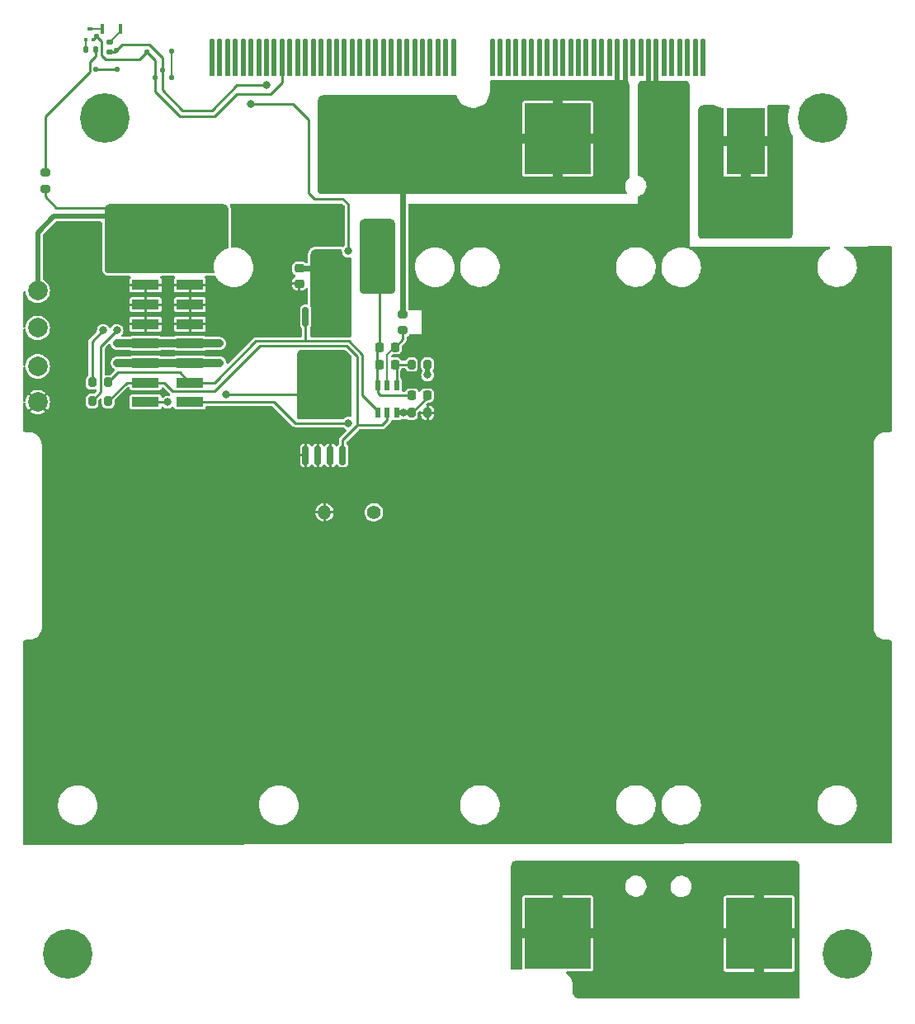
<source format=gtl>
%TF.GenerationSoftware,KiCad,Pcbnew,7.0.1*%
%TF.CreationDate,2023-06-20T19:29:39-04:00*%
%TF.ProjectId,batteryboard,62617474-6572-4796-926f-6172642e6b69,rev?*%
%TF.SameCoordinates,Original*%
%TF.FileFunction,Copper,L1,Top*%
%TF.FilePolarity,Positive*%
%FSLAX46Y46*%
G04 Gerber Fmt 4.6, Leading zero omitted, Abs format (unit mm)*
G04 Created by KiCad (PCBNEW 7.0.1) date 2023-06-20 19:29:39*
%MOMM*%
%LPD*%
G01*
G04 APERTURE LIST*
G04 Aperture macros list*
%AMRoundRect*
0 Rectangle with rounded corners*
0 $1 Rounding radius*
0 $2 $3 $4 $5 $6 $7 $8 $9 X,Y pos of 4 corners*
0 Add a 4 corners polygon primitive as box body*
4,1,4,$2,$3,$4,$5,$6,$7,$8,$9,$2,$3,0*
0 Add four circle primitives for the rounded corners*
1,1,$1+$1,$2,$3*
1,1,$1+$1,$4,$5*
1,1,$1+$1,$6,$7*
1,1,$1+$1,$8,$9*
0 Add four rect primitives between the rounded corners*
20,1,$1+$1,$2,$3,$4,$5,0*
20,1,$1+$1,$4,$5,$6,$7,0*
20,1,$1+$1,$6,$7,$8,$9,0*
20,1,$1+$1,$8,$9,$2,$3,0*%
%AMFreePoly0*
4,1,12,0.105238,2.379067,0.194454,2.319454,0.254067,2.230238,0.275000,2.125000,0.275000,-1.400000,-0.275000,-1.400000,-0.275000,2.125000,-0.254067,2.230238,-0.194454,2.319454,-0.105238,2.379067,0.000000,2.400000,0.105238,2.379067,0.105238,2.379067,$1*%
G04 Aperture macros list end*
%TA.AperFunction,SMDPad,CuDef*%
%ADD10R,4.000000X6.800000*%
%TD*%
%TA.AperFunction,SMDPad,CuDef*%
%ADD11R,6.800000X7.300000*%
%TD*%
%TA.AperFunction,SMDPad,CuDef*%
%ADD12R,0.600000X1.000000*%
%TD*%
%TA.AperFunction,SMDPad,CuDef*%
%ADD13RoundRect,0.225000X-0.225000X-0.250000X0.225000X-0.250000X0.225000X0.250000X-0.225000X0.250000X0*%
%TD*%
%TA.AperFunction,SMDPad,CuDef*%
%ADD14RoundRect,0.225000X-0.250000X0.225000X-0.250000X-0.225000X0.250000X-0.225000X0.250000X0.225000X0*%
%TD*%
%TA.AperFunction,SMDPad,CuDef*%
%ADD15RoundRect,0.200000X-0.275000X0.200000X-0.275000X-0.200000X0.275000X-0.200000X0.275000X0.200000X0*%
%TD*%
%TA.AperFunction,SMDPad,CuDef*%
%ADD16RoundRect,0.200000X0.200000X0.275000X-0.200000X0.275000X-0.200000X-0.275000X0.200000X-0.275000X0*%
%TD*%
%TA.AperFunction,SMDPad,CuDef*%
%ADD17RoundRect,0.150000X0.150000X-0.825000X0.150000X0.825000X-0.150000X0.825000X-0.150000X-0.825000X0*%
%TD*%
%TA.AperFunction,SMDPad,CuDef*%
%ADD18RoundRect,0.150000X-0.150000X0.825000X-0.150000X-0.825000X0.150000X-0.825000X0.150000X0.825000X0*%
%TD*%
%TA.AperFunction,SMDPad,CuDef*%
%ADD19RoundRect,0.200000X-0.200000X-0.275000X0.200000X-0.275000X0.200000X0.275000X-0.200000X0.275000X0*%
%TD*%
%TA.AperFunction,SMDPad,CuDef*%
%ADD20RoundRect,0.249999X0.362501X1.425001X-0.362501X1.425001X-0.362501X-1.425001X0.362501X-1.425001X0*%
%TD*%
%TA.AperFunction,ComponentPad*%
%ADD21C,2.000000*%
%TD*%
%TA.AperFunction,SMDPad,CuDef*%
%ADD22R,0.370000X1.000000*%
%TD*%
%TA.AperFunction,ComponentPad*%
%ADD23C,5.080000*%
%TD*%
%TA.AperFunction,SMDPad,CuDef*%
%ADD24FreePoly0,0.000000*%
%TD*%
%TA.AperFunction,SMDPad,CuDef*%
%ADD25R,0.400000X0.450000*%
%TD*%
%TA.AperFunction,SMDPad,CuDef*%
%ADD26R,0.500000X0.450000*%
%TD*%
%TA.AperFunction,SMDPad,CuDef*%
%ADD27RoundRect,0.135000X0.185000X-0.135000X0.185000X0.135000X-0.185000X0.135000X-0.185000X-0.135000X0*%
%TD*%
%TA.AperFunction,SMDPad,CuDef*%
%ADD28RoundRect,0.135000X-0.135000X-0.185000X0.135000X-0.185000X0.135000X0.185000X-0.135000X0.185000X0*%
%TD*%
%TA.AperFunction,SMDPad,CuDef*%
%ADD29R,2.770000X1.020000*%
%TD*%
%TA.AperFunction,ComponentPad*%
%ADD30C,1.400000*%
%TD*%
%TA.AperFunction,ComponentPad*%
%ADD31O,1.400000X1.400000*%
%TD*%
%TA.AperFunction,ViaPad*%
%ADD32C,0.812800*%
%TD*%
%TA.AperFunction,ViaPad*%
%ADD33C,0.558800*%
%TD*%
%TA.AperFunction,Conductor*%
%ADD34C,0.271780*%
%TD*%
%TA.AperFunction,Conductor*%
%ADD35C,0.279400*%
%TD*%
%TA.AperFunction,Conductor*%
%ADD36C,0.203200*%
%TD*%
%TA.AperFunction,Conductor*%
%ADD37C,0.812800*%
%TD*%
%TA.AperFunction,Conductor*%
%ADD38C,0.609600*%
%TD*%
%TA.AperFunction,Conductor*%
%ADD39C,0.508000*%
%TD*%
%TA.AperFunction,Conductor*%
%ADD40C,0.254000*%
%TD*%
G04 APERTURE END LIST*
D10*
%TO.P,J103,1,NEG*%
%TO.N,B-*%
X127873300Y-55525100D03*
D11*
%TO.P,J103,2,POS*%
%TO.N,BM*%
X129273300Y-136825100D03*
%TD*%
D12*
%TO.P,U101,1,DOUT*%
%TO.N,/DOUT*%
X90172500Y-83378500D03*
%TO.P,U101,2,COUT*%
%TO.N,/COUT*%
X91122500Y-83378500D03*
%TO.P,U101,3,V-*%
%TO.N,/V-*%
X92072500Y-83378500D03*
%TO.P,U101,4,VC*%
%TO.N,Net-(U101-VC)*%
X92072500Y-80578500D03*
%TO.P,U101,5,VDD*%
%TO.N,/VDD*%
X91122500Y-80578500D03*
%TO.P,U101,6,VSS*%
%TO.N,B-*%
X90172500Y-80578500D03*
%TD*%
D11*
%TO.P,J106,1,NEG*%
%TO.N,BM*%
X108623100Y-136799700D03*
%TO.P,J106,2,POS*%
%TO.N,PACK+*%
X108623100Y-55249700D03*
%TD*%
D13*
%TO.P,C104,1*%
%TO.N,B-*%
X90347500Y-76644500D03*
%TO.P,C104,2*%
%TO.N,/VDD*%
X91897500Y-76644500D03*
%TD*%
%TO.P,C103,1*%
%TO.N,B-*%
X90347500Y-78422500D03*
%TO.P,C103,2*%
%TO.N,Net-(U101-VC)*%
X91897500Y-78422500D03*
%TD*%
%TO.P,C102,1*%
%TO.N,B-*%
X93649500Y-81597500D03*
%TO.P,C102,2*%
%TO.N,/V-*%
X95199500Y-81597500D03*
%TD*%
D14*
%TO.P,C101,1*%
%TO.N,Net-(C101-Pad1)*%
X82105500Y-68567000D03*
%TO.P,C101,2*%
%TO.N,PACK-*%
X82105500Y-70117000D03*
%TD*%
D15*
%TO.P,R104,1*%
%TO.N,PACK+*%
X92710000Y-73279500D03*
%TO.P,R104,2*%
%TO.N,/VDD*%
X92710000Y-74929500D03*
%TD*%
D16*
%TO.P,R103,2*%
%TO.N,Net-(U101-VC)*%
X93599500Y-78422500D03*
%TO.P,R103,1*%
%TO.N,BM*%
X95249500Y-78422500D03*
%TD*%
D17*
%TO.P,Q102,1,S*%
%TO.N,PACK-*%
X82740500Y-87755500D03*
%TO.P,Q102,2,S*%
X84010500Y-87755500D03*
%TO.P,Q102,3,S*%
X85280500Y-87755500D03*
%TO.P,Q102,4,G*%
%TO.N,/COUT*%
X86550500Y-87755500D03*
%TO.P,Q102,5,D*%
%TO.N,/Q1D_Q2S*%
X86550500Y-82805500D03*
%TO.P,Q102,6,D*%
X85280500Y-82805500D03*
%TO.P,Q102,7,D*%
X84010500Y-82805500D03*
%TO.P,Q102,8,D*%
X82740500Y-82805500D03*
%TD*%
D18*
%TO.P,Q101,1,S*%
%TO.N,Net-(C101-Pad1)*%
X86550500Y-73534500D03*
%TO.P,Q101,2,S*%
X85280500Y-73534500D03*
%TO.P,Q101,3,S*%
X84010500Y-73534500D03*
%TO.P,Q101,4,G*%
%TO.N,/DOUT*%
X82740500Y-73534500D03*
%TO.P,Q101,5,D*%
%TO.N,/Q1D_Q2S*%
X82740500Y-78484500D03*
%TO.P,Q101,6,D*%
X84010500Y-78484500D03*
%TO.P,Q101,7,D*%
X85280500Y-78484500D03*
%TO.P,Q101,8,D*%
X86550500Y-78484500D03*
%TD*%
D19*
%TO.P,R102,1*%
%TO.N,/V-*%
X93599500Y-83375500D03*
%TO.P,R102,2*%
%TO.N,PACK-*%
X95249500Y-83375500D03*
%TD*%
D20*
%TO.P,R101,1*%
%TO.N,B-*%
X90211500Y-68580000D03*
%TO.P,R101,2*%
%TO.N,Net-(C101-Pad1)*%
X84286500Y-68580000D03*
%TD*%
D21*
%TO.P,TP101,1,1*%
%TO.N,B-*%
X55245000Y-74676000D03*
%TD*%
%TO.P,TP102,1,1*%
%TO.N,BM*%
X55245000Y-78613000D03*
%TD*%
%TO.P,TP103,1,1*%
%TO.N,PACK-*%
X55245000Y-82296000D03*
%TD*%
%TO.P,TP104,1,1*%
%TO.N,PACK+*%
X55245000Y-70866000D03*
%TD*%
D22*
%TO.P,D303,1,K*%
%TO.N,Net-(D303-K)*%
X61862178Y-43972480D03*
%TO.P,D303,2,A*%
%TO.N,Net-(D303-A)*%
X63722178Y-43972480D03*
%TD*%
D23*
%TO.P,MH301,1,1*%
%TO.N,unconnected-(MH301-Pad1)*%
X62118400Y-53157200D03*
%TD*%
%TO.P,MH302,1,1*%
%TO.N,unconnected-(MH302-Pad1)*%
X135778400Y-53157200D03*
%TD*%
%TO.P,MH303,1,1*%
%TO.N,unconnected-(MH303-Pad1)*%
X138318400Y-138887200D03*
%TD*%
%TO.P,MH304,1,1*%
%TO.N,unconnected-(MH304-Pad1)*%
X58318400Y-138887200D03*
%TD*%
D24*
%TO.P,P201,2,Pin_2*%
%TO.N,unconnected-(P201-Pin_2-Pad2)*%
X73122220Y-47404353D03*
%TO.P,P201,4,Pin_4*%
%TO.N,unconnected-(P201-Pin_4-Pad4)*%
X73922220Y-47404353D03*
%TO.P,P201,6,Pin_6*%
%TO.N,unconnected-(P201-Pin_6-Pad6)*%
X74722220Y-47404353D03*
%TO.P,P201,8,Pin_8*%
%TO.N,unconnected-(P201-Pin_8-Pad8)*%
X75522220Y-47404353D03*
%TO.P,P201,10,Pin_10*%
%TO.N,unconnected-(P201-Pin_10-Pad10)*%
X76322220Y-47404353D03*
%TO.P,P201,12,Pin_12*%
%TO.N,unconnected-(P201-Pin_12-Pad12)*%
X77122220Y-47404353D03*
%TO.P,P201,14,Pin_14*%
%TO.N,unconnected-(P201-Pin_14-Pad14)*%
X77922220Y-47404353D03*
%TO.P,P201,16,Pin_16*%
%TO.N,unconnected-(P201-Pin_16-Pad16)*%
X78722220Y-47404353D03*
%TO.P,P201,18,Pin_18*%
%TO.N,unconnected-(P201-Pin_18-Pad18)*%
X79522220Y-47404353D03*
%TO.P,P201,20,Pin_20*%
%TO.N,/SLI-Card/GND*%
X80322220Y-47404353D03*
%TO.P,P201,22,Pin_22*%
%TO.N,unconnected-(P201-Pin_22-Pad22)*%
X81122220Y-47404353D03*
%TO.P,P201,24,Pin_24*%
%TO.N,unconnected-(P201-Pin_24-Pad24)*%
X81922220Y-47404353D03*
%TO.P,P201,26,Pin_26*%
%TO.N,unconnected-(P201-Pin_26-Pad26)*%
X82722220Y-47404353D03*
%TO.P,P201,28,Pin_28*%
%TO.N,unconnected-(P201-Pin_28-Pad28)*%
X83522220Y-47404353D03*
%TO.P,P201,30,Pin_30*%
%TO.N,unconnected-(P201-Pin_30-Pad30)*%
X84322220Y-47404353D03*
%TO.P,P201,32,Pin_32*%
%TO.N,unconnected-(P201-Pin_32-Pad32)*%
X85122220Y-47404353D03*
%TO.P,P201,34,Pin_34*%
%TO.N,unconnected-(P201-Pin_34-Pad34)*%
X85922220Y-47404353D03*
%TO.P,P201,36,Pin_36*%
%TO.N,unconnected-(P201-Pin_36-Pad36)*%
X86722220Y-47404353D03*
%TO.P,P201,38,Pin_38*%
%TO.N,unconnected-(P201-Pin_38-Pad38)*%
X87522220Y-47404353D03*
%TO.P,P201,40,Pin_40*%
%TO.N,unconnected-(P201-Pin_40-Pad40)*%
X88322220Y-47404353D03*
%TO.P,P201,42,Pin_42*%
%TO.N,unconnected-(P201-Pin_42-Pad42)*%
X89122220Y-47404353D03*
%TO.P,P201,44,Pin_44*%
%TO.N,unconnected-(P201-Pin_44-Pad44)*%
X89922220Y-47404353D03*
%TO.P,P201,46,Pin_46*%
%TO.N,unconnected-(P201-Pin_46-Pad46)*%
X90722220Y-47404353D03*
%TO.P,P201,48,Pin_48*%
%TO.N,unconnected-(P201-Pin_48-Pad48)*%
X91522220Y-47404353D03*
%TO.P,P201,50,Pin_50*%
%TO.N,unconnected-(P201-Pin_50-Pad50)*%
X92322220Y-47404353D03*
%TO.P,P201,52,Pin_52*%
%TO.N,unconnected-(P201-Pin_52-Pad52)*%
X93122220Y-47404353D03*
%TO.P,P201,54,Pin_54*%
%TO.N,unconnected-(P201-Pin_54-Pad54)*%
X93922220Y-47404353D03*
%TO.P,P201,56,Pin_56*%
%TO.N,unconnected-(P201-Pin_56-Pad56)*%
X94722220Y-47404353D03*
%TO.P,P201,58,Pin_58*%
%TO.N,unconnected-(P201-Pin_58-Pad58)*%
X95522220Y-47404353D03*
%TO.P,P201,60,Pin_60*%
%TO.N,unconnected-(P201-Pin_60-Pad60)*%
X96322220Y-47404353D03*
%TO.P,P201,62,Pin_62*%
%TO.N,unconnected-(P201-Pin_62-Pad62)*%
X97122220Y-47404353D03*
%TO.P,P201,64,Pin_64*%
%TO.N,unconnected-(P201-Pin_64-Pad64)*%
X97922220Y-47404353D03*
%TO.P,P201,66,Pin_66*%
%TO.N,unconnected-(P201-Pin_66-Pad66)*%
X101922220Y-47404353D03*
%TO.P,P201,68,Pin_68*%
%TO.N,unconnected-(P201-Pin_68-Pad68)*%
X102722220Y-47404353D03*
%TO.P,P201,70,Pin_70*%
%TO.N,unconnected-(P201-Pin_70-Pad70)*%
X103522220Y-47404353D03*
%TO.P,P201,72,Pin_72*%
%TO.N,unconnected-(P201-Pin_72-Pad72)*%
X104322220Y-47404353D03*
%TO.P,P201,74,Pin_74*%
%TO.N,unconnected-(P201-Pin_74-Pad74)*%
X105122220Y-47404353D03*
%TO.P,P201,76,Pin_76*%
%TO.N,unconnected-(P201-Pin_76-Pad76)*%
X105922220Y-47404353D03*
%TO.P,P201,78,Pin_78*%
%TO.N,unconnected-(P201-Pin_78-Pad78)*%
X106722220Y-47404353D03*
%TO.P,P201,80,Pin_80*%
%TO.N,unconnected-(P201-Pin_80-Pad80)*%
X107522220Y-47404353D03*
%TO.P,P201,82,Pin_82*%
%TO.N,unconnected-(P201-Pin_82-Pad82)*%
X108322220Y-47404353D03*
%TO.P,P201,84,Pin_84*%
%TO.N,unconnected-(P201-Pin_84-Pad84)*%
X109122220Y-47404353D03*
%TO.P,P201,86,Pin_86*%
%TO.N,unconnected-(P201-Pin_86-Pad86)*%
X109922220Y-47404353D03*
%TO.P,P201,88,Pin_88*%
%TO.N,unconnected-(P201-Pin_88-Pad88)*%
X110722220Y-47404353D03*
%TO.P,P201,90,Pin_90*%
%TO.N,unconnected-(P201-Pin_90-Pad90)*%
X111522220Y-47404353D03*
%TO.P,P201,92,Pin_92*%
%TO.N,unconnected-(P201-Pin_92-Pad92)*%
X112322220Y-47404353D03*
%TO.P,P201,94,Pin_94*%
%TO.N,unconnected-(P201-Pin_94-Pad94)*%
X113122220Y-47404353D03*
%TO.P,P201,96,Pin_96*%
%TO.N,unconnected-(P201-Pin_96-Pad96)*%
X113922220Y-47404353D03*
%TO.P,P201,98,Pin_98*%
%TO.N,PACK+*%
X114722220Y-47404353D03*
%TO.P,P201,100,Pin_100*%
X115522220Y-47404353D03*
%TO.P,P201,102,Pin_102*%
%TO.N,unconnected-(P201-Pin_102-Pad102)*%
X116322220Y-47404353D03*
%TO.P,P201,104,Pin_104*%
%TO.N,unconnected-(P201-Pin_104-Pad104)*%
X117122220Y-47404353D03*
%TO.P,P201,106,Pin_106*%
%TO.N,PACK-*%
X117922220Y-47404353D03*
%TO.P,P201,108,Pin_108*%
X118722220Y-47404353D03*
%TO.P,P201,110,Pin_110*%
%TO.N,unconnected-(P201-Pin_110-Pad110)*%
X119522220Y-47404353D03*
%TO.P,P201,112,Pin_112*%
%TO.N,unconnected-(P201-Pin_112-Pad112)*%
X120322220Y-47404353D03*
%TO.P,P201,114,Pin_114*%
%TO.N,unconnected-(P201-Pin_114-Pad114)*%
X121122220Y-47404353D03*
%TO.P,P201,116,Pin_116*%
%TO.N,unconnected-(P201-Pin_116-Pad116)*%
X121922220Y-47404353D03*
%TO.P,P201,118,Pin_118*%
%TO.N,unconnected-(P201-Pin_118-Pad118)*%
X122722220Y-47404353D03*
%TO.P,P201,120,Pin_120*%
%TO.N,unconnected-(P201-Pin_120-Pad120)*%
X123522220Y-47404353D03*
%TD*%
D25*
%TO.P,Q303,1,B*%
%TO.N,Net-(Q303-B)*%
X60179000Y-45126600D03*
%TO.P,Q303,2,E*%
%TO.N,/SLI-Card/GND*%
X60979000Y-45126600D03*
D26*
%TO.P,Q303,3,C*%
%TO.N,Net-(D303-K)*%
X60579000Y-43976600D03*
%TD*%
D27*
%TO.P,R306,1*%
%TO.N,/SLI-Card/LED_PWR*%
X62661800Y-46357000D03*
%TO.P,R306,2*%
%TO.N,Net-(D303-A)*%
X62661800Y-45337000D03*
%TD*%
D28*
%TO.P,R305,1*%
%TO.N,Net-(Q303-B)*%
X60170600Y-46075600D03*
%TO.P,R305,2*%
%TO.N,PACK_LED*%
X61190600Y-46075600D03*
%TD*%
D15*
%TO.P,R108,1*%
%TO.N,PACK_LED*%
X56007000Y-58738000D03*
%TO.P,R108,2*%
%TO.N,PACK+*%
X56007000Y-60388000D03*
%TD*%
D19*
%TO.P,R106,1*%
%TO.N,DOUT_LED*%
X60833000Y-80264000D03*
%TO.P,R106,2*%
%TO.N,/DOUT*%
X62483000Y-80264000D03*
%TD*%
D29*
%TO.P,J107,1,Pin_1*%
%TO.N,PACK+*%
X70855000Y-64273000D03*
%TO.P,J107,2,Pin_2*%
X70855000Y-66273000D03*
%TO.P,J107,3,Pin_3*%
X70855000Y-68273000D03*
%TO.P,J107,4,Pin_4*%
%TO.N,PACK-*%
X70855000Y-70273000D03*
%TO.P,J107,5,Pin_5*%
X70855000Y-72273000D03*
%TO.P,J107,6,Pin_6*%
X70855000Y-74273000D03*
%TO.P,J107,7,Pin_7*%
%TO.N,B-*%
X70855000Y-76273000D03*
%TO.P,J107,8,Pin_8*%
%TO.N,BM*%
X70855000Y-78273000D03*
%TO.P,J107,9,Pin_9*%
%TO.N,/DOUT*%
X70855000Y-80273000D03*
%TO.P,J107,10,Pin_10*%
%TO.N,/V-*%
X70855000Y-82273000D03*
%TO.P,J107,11,Pin_11*%
%TO.N,PACK+*%
X66305000Y-64273000D03*
%TO.P,J107,12,Pin_12*%
X66305000Y-66273000D03*
%TO.P,J107,13,Pin_13*%
X66305000Y-68273000D03*
%TO.P,J107,14,Pin_14*%
%TO.N,PACK-*%
X66305000Y-70273000D03*
%TO.P,J107,15,Pin_15*%
X66305000Y-72273000D03*
%TO.P,J107,16,Pin_16*%
X66305000Y-74273000D03*
%TO.P,J107,17,Pin_17*%
%TO.N,B-*%
X66305000Y-76273000D03*
%TO.P,J107,18,Pin_18*%
%TO.N,BM*%
X66305000Y-78273000D03*
%TO.P,J107,19,Pin_19*%
%TO.N,/COUT*%
X66305000Y-80273000D03*
%TO.P,J107,20,Pin_20*%
%TO.N,/Q1D_Q2S*%
X66305000Y-82273000D03*
%TD*%
D30*
%TO.P,TH1,1*%
%TO.N,BAT_THERM*%
X89739000Y-93599000D03*
D31*
%TO.P,TH1,2*%
%TO.N,PACK-*%
X84659000Y-93599000D03*
%TD*%
D19*
%TO.P,R107,1*%
%TO.N,COUT_LED*%
X60833000Y-82169000D03*
%TO.P,R107,2*%
%TO.N,/COUT*%
X62483000Y-82169000D03*
%TD*%
D32*
%TO.N,B-*%
X90106500Y-65151000D03*
X90106500Y-64135000D03*
X90106500Y-66103500D03*
X91186000Y-65151000D03*
X91186000Y-66103500D03*
X91186000Y-64135000D03*
X124460000Y-58420000D03*
X125730000Y-59690000D03*
X130810000Y-62230000D03*
X124460000Y-55880000D03*
X124460000Y-63500000D03*
X127000000Y-60960000D03*
X125730000Y-62230000D03*
X72825000Y-76273000D03*
X132080000Y-60960000D03*
X132080000Y-63500000D03*
X128270000Y-62230000D03*
X127000000Y-63500000D03*
X129540000Y-63500000D03*
X89027000Y-66103500D03*
X68507000Y-76273000D03*
X125730000Y-64770000D03*
X124460000Y-53340000D03*
X63373000Y-76273000D03*
X128270000Y-64770000D03*
X89027000Y-64135000D03*
X130810000Y-64770000D03*
X73895000Y-76273000D03*
X124460000Y-60960000D03*
X64443000Y-76273000D03*
X132080000Y-58420000D03*
X89027000Y-65151000D03*
X130810000Y-59690000D03*
X128270000Y-59690000D03*
X129540000Y-60960000D03*
%TO.N,PACK-*%
X120015000Y-53340000D03*
X117475000Y-52070000D03*
X120000000Y-49800000D03*
X121285000Y-50165000D03*
X117475000Y-53340000D03*
X120015000Y-50800000D03*
X121285000Y-51435000D03*
X118722220Y-50187780D03*
X121285000Y-52705000D03*
X118745000Y-51435000D03*
X120015000Y-52070000D03*
X117475000Y-50800000D03*
X118745000Y-52705000D03*
%TO.N,BM*%
X63405000Y-78273000D03*
X115570000Y-139700000D03*
X114300000Y-135890000D03*
X119380000Y-133350000D03*
X118110000Y-137160000D03*
X124460000Y-133350000D03*
X72857000Y-78273000D03*
X113030000Y-137160000D03*
X123190000Y-139700000D03*
X115570000Y-134620000D03*
X119380000Y-138430000D03*
X114300000Y-133350000D03*
X123190000Y-137160000D03*
X124460000Y-138430000D03*
X64475000Y-78273000D03*
X95250000Y-79502002D03*
X121920000Y-138430000D03*
X124460000Y-135890000D03*
X119380000Y-135890000D03*
X116840000Y-138430000D03*
X120650000Y-139700000D03*
X68539000Y-78273000D03*
X113030000Y-139700000D03*
X116840000Y-135890000D03*
X120650000Y-137160000D03*
X121920000Y-135890000D03*
X115570000Y-137160000D03*
X120650000Y-134620000D03*
X118110000Y-139700000D03*
X118110000Y-134620000D03*
X113030000Y-134620000D03*
X73927000Y-78273000D03*
X114300000Y-138430000D03*
X123190000Y-134620000D03*
%TO.N,PACK+*%
X100330000Y-55880000D03*
X95250000Y-53340000D03*
X97790000Y-58420000D03*
X63192000Y-66294000D03*
X96520000Y-54610000D03*
X96520000Y-57150000D03*
X72898000Y-64262000D03*
X64262000Y-66294000D03*
X92710000Y-55880000D03*
X92710000Y-53340000D03*
X93980000Y-54610000D03*
X100330000Y-58420000D03*
X102870000Y-58420000D03*
X72898000Y-66294000D03*
X64262000Y-64262000D03*
X96520000Y-52070000D03*
X101600000Y-54610000D03*
X99060000Y-54610000D03*
X102870000Y-53340000D03*
X95250000Y-58420000D03*
X68580000Y-68326000D03*
X68580000Y-64262000D03*
X68580000Y-66294000D03*
X63192000Y-64262000D03*
X93980000Y-57150000D03*
X100330000Y-53340000D03*
X73968000Y-64262000D03*
X63192000Y-68326000D03*
X101600000Y-57150000D03*
X99060000Y-57150000D03*
X95250000Y-55880000D03*
X93980000Y-52070000D03*
X64262000Y-68326000D03*
X92710000Y-58420000D03*
X97790000Y-55880000D03*
X102870000Y-55880000D03*
X97790000Y-53340000D03*
%TO.N,/V-*%
X87122000Y-84455000D03*
X92770500Y-83378500D03*
%TO.N,/Q1D_Q2S*%
X68580000Y-82296000D03*
X74549000Y-81524200D03*
%TO.N,BAT_THERM*%
X77122220Y-51689000D03*
X87122000Y-66802000D03*
D33*
%TO.N,/SLI-Card/GND*%
X66446900Y-46355000D03*
X61280125Y-44745923D03*
X68961000Y-46314900D03*
X67310000Y-49022000D03*
X68961000Y-49022000D03*
%TO.N,/SLI-Card/LED_PWR*%
X61214000Y-48133000D03*
X63332900Y-46179200D03*
X63373000Y-48133000D03*
D32*
X78740000Y-49784000D03*
D33*
X68072000Y-48211200D03*
D32*
%TO.N,DOUT_LED*%
X61976000Y-74930000D03*
%TO.N,COUT_LED*%
X63373000Y-74930000D03*
%TD*%
D34*
%TO.N,/SLI-Card/GND*%
X67310000Y-50419000D02*
X67310000Y-49022000D01*
X69850000Y-52959000D02*
X67310000Y-50419000D01*
X73406000Y-52959000D02*
X69850000Y-52959000D01*
X80322220Y-49471780D02*
X79121000Y-50673000D01*
X75692000Y-50673000D02*
X73406000Y-52959000D01*
X80322220Y-47404353D02*
X80322220Y-49471780D01*
X79121000Y-50673000D02*
X75692000Y-50673000D01*
D35*
%TO.N,/VDD*%
X92710000Y-74892000D02*
X92710000Y-75844500D01*
D36*
X91122500Y-77406500D02*
X91884500Y-76644500D01*
X91122500Y-80578500D02*
X91122500Y-77406500D01*
D35*
X92710000Y-75844500D02*
X91910000Y-76644500D01*
%TO.N,B-*%
X90106500Y-80512500D02*
X90106500Y-78422500D01*
X90412100Y-81597500D02*
X90172500Y-81357900D01*
X90335000Y-76644500D02*
X90335000Y-68766000D01*
D37*
X64443000Y-76273000D02*
X63373000Y-76273000D01*
X66305000Y-76273000D02*
X68507000Y-76273000D01*
D35*
X93637000Y-81597500D02*
X90412100Y-81597500D01*
D37*
X72825000Y-76273000D02*
X73895000Y-76273000D01*
D35*
X90172500Y-81357900D02*
X90172500Y-80578500D01*
D37*
X68507000Y-76273000D02*
X70855000Y-76273000D01*
X66305000Y-76273000D02*
X64443000Y-76273000D01*
D35*
X90106500Y-78422500D02*
X90106500Y-76873000D01*
D37*
X70855000Y-76273000D02*
X72825000Y-76273000D01*
D38*
%TO.N,Net-(C101-Pad1)*%
X82105500Y-68554500D02*
X84323500Y-68554500D01*
D39*
%TO.N,PACK-*%
X118722220Y-47404353D02*
X118722220Y-50142220D01*
X117922220Y-47404353D02*
X117922220Y-50358220D01*
D37*
%TO.N,BM*%
X72857000Y-78273000D02*
X73927000Y-78273000D01*
X70855000Y-78273000D02*
X72857000Y-78273000D01*
X70855000Y-78273000D02*
X68539000Y-78273000D01*
D39*
X95250000Y-78460500D02*
X95250000Y-79426002D01*
X95250000Y-79426002D02*
X95212000Y-79464002D01*
D37*
X64475000Y-78273000D02*
X63405000Y-78273000D01*
D35*
X95212000Y-79464002D02*
X95250000Y-79502002D01*
D37*
X66305000Y-78273000D02*
X64475000Y-78273000D01*
X68539000Y-78273000D02*
X66305000Y-78273000D01*
D34*
%TO.N,PACK+*%
X56007000Y-61214000D02*
X57150000Y-62357000D01*
D39*
X56896000Y-63246000D02*
X62611000Y-63246000D01*
D34*
X57150000Y-62357000D02*
X62484000Y-62357000D01*
D39*
X55245000Y-70866000D02*
X55245000Y-64897000D01*
D38*
X92710000Y-73317000D02*
X92710000Y-58420000D01*
D39*
X55245000Y-64897000D02*
X56896000Y-63246000D01*
X115522220Y-47404353D02*
X115522220Y-50371220D01*
X114722220Y-47404353D02*
X114722220Y-50504780D01*
D34*
X56007000Y-60388000D02*
X56007000Y-61214000D01*
D35*
%TO.N,/V-*%
X81661000Y-84455000D02*
X87122000Y-84455000D01*
D39*
X92770500Y-83378500D02*
X93634000Y-83378500D01*
D35*
X93634000Y-83378500D02*
X95212000Y-81800500D01*
X70855000Y-82273000D02*
X79479000Y-82273000D01*
X79479000Y-82273000D02*
X81661000Y-84455000D01*
D39*
X92072500Y-83378500D02*
X92770500Y-83378500D01*
D35*
%TO.N,Net-(U101-VC)*%
X92072500Y-80578500D02*
X92072500Y-78585000D01*
X91910000Y-78422500D02*
X93637000Y-78422500D01*
D36*
%TO.N,Net-(D303-K)*%
X60579000Y-43976600D02*
X61858058Y-43976600D01*
%TO.N,Net-(D303-A)*%
X62661800Y-45313600D02*
X63722178Y-44253222D01*
D35*
%TO.N,/DOUT*%
X73397000Y-80273000D02*
X70855000Y-80273000D01*
X88582500Y-77406500D02*
X88582500Y-81597500D01*
X87185500Y-76009500D02*
X88582500Y-77406500D01*
X82740500Y-76009500D02*
X87185500Y-76009500D01*
X77660500Y-76009500D02*
X82740500Y-76009500D01*
X63499000Y-79248000D02*
X69830000Y-79248000D01*
X62483000Y-80264000D02*
X63499000Y-79248000D01*
X82740500Y-73534500D02*
X82740500Y-76009500D01*
X73397000Y-80273000D02*
X77660500Y-76009500D01*
X69830000Y-79248000D02*
X70855000Y-80273000D01*
X88582500Y-81597500D02*
X90172500Y-83187500D01*
%TO.N,/COUT*%
X64379000Y-80273000D02*
X62483000Y-82169000D01*
X66305000Y-80273000D02*
X64379000Y-80273000D01*
X66305000Y-80273000D02*
X68208000Y-80273000D01*
X73382789Y-81176211D02*
X78016580Y-76542420D01*
X78016580Y-76542420D02*
X86964758Y-76542420D01*
X88049580Y-84670420D02*
X90609980Y-84670420D01*
X69111211Y-81176211D02*
X73382789Y-81176211D01*
X88049580Y-77627242D02*
X88049580Y-84670420D01*
X86964758Y-76542420D02*
X88049580Y-77627242D01*
X86550500Y-86169500D02*
X86550500Y-87755500D01*
X86550500Y-86169500D02*
X88049580Y-84670420D01*
X90609980Y-84670420D02*
X91122500Y-84157900D01*
X68208000Y-80273000D02*
X69111211Y-81176211D01*
X91122500Y-83378500D02*
X91122500Y-84157900D01*
%TO.N,/Q1D_Q2S*%
X74558800Y-81534000D02*
X82423000Y-81534000D01*
X66305000Y-82273000D02*
X68557000Y-82273000D01*
X82423000Y-81534000D02*
X82740500Y-81851500D01*
X68557000Y-82273000D02*
X68580000Y-82296000D01*
X82740500Y-81851500D02*
X82740500Y-82805500D01*
X74549000Y-81524200D02*
X74558800Y-81534000D01*
D40*
%TO.N,BAT_THERM*%
X87122000Y-61976000D02*
X86546000Y-61400000D01*
X83625000Y-61400000D02*
X83058000Y-60833000D01*
X86546000Y-61400000D02*
X83625000Y-61400000D01*
X83058000Y-60833000D02*
X83058000Y-53340000D01*
X81407000Y-51689000D02*
X77122220Y-51689000D01*
X87122000Y-66802000D02*
X87122000Y-61976000D01*
X83058000Y-53340000D02*
X81407000Y-51689000D01*
D34*
%TO.N,/SLI-Card/GND*%
X67310000Y-47218100D02*
X67310000Y-49022000D01*
D40*
X61280125Y-44745923D02*
X61280125Y-44825475D01*
X61790800Y-46677800D02*
X61790800Y-45256598D01*
X61790800Y-45256598D02*
X61280125Y-44745923D01*
D34*
X66446900Y-46355000D02*
X67310000Y-47218100D01*
D36*
X68961000Y-46314900D02*
X68961000Y-49022000D01*
D40*
X65684900Y-47117000D02*
X62230000Y-47117000D01*
X66446900Y-46355000D02*
X65684900Y-47117000D01*
X62230000Y-47117000D02*
X61790800Y-46677800D01*
X61280125Y-44825475D02*
X60979000Y-45126600D01*
D34*
%TO.N,/SLI-Card/LED_PWR*%
X63155100Y-46357000D02*
X62661800Y-46357000D01*
X66675000Y-45593000D02*
X68072000Y-46990000D01*
X70124266Y-52344266D02*
X73131734Y-52344266D01*
X78740000Y-49784000D02*
X75692000Y-49784000D01*
X73131734Y-52344266D02*
X75692000Y-49784000D01*
X63919100Y-45593000D02*
X66675000Y-45593000D01*
X63332900Y-46179200D02*
X63919100Y-45593000D01*
X70124266Y-52344266D02*
X68072000Y-50292000D01*
D40*
X61214000Y-48133000D02*
X63373000Y-48133000D01*
D34*
X68072000Y-50292000D02*
X68072000Y-48211200D01*
X63332900Y-46179200D02*
X63155100Y-46357000D01*
X68072000Y-46990000D02*
X68072000Y-48211200D01*
D36*
%TO.N,Net-(Q303-B)*%
X60179000Y-45126600D02*
X60179000Y-46067200D01*
D34*
%TO.N,DOUT_LED*%
X60833000Y-80264000D02*
X60833000Y-76073000D01*
X60833000Y-76073000D02*
X61976000Y-74930000D01*
%TO.N,COUT_LED*%
X60833000Y-82169000D02*
X61743910Y-81258090D01*
X61743910Y-76559090D02*
X63373000Y-74930000D01*
X61743910Y-81258090D02*
X61743910Y-76559090D01*
%TO.N,PACK_LED*%
X60579000Y-48387000D02*
X60579000Y-47371000D01*
X60579000Y-47371000D02*
X61190600Y-46759400D01*
X56007000Y-58738000D02*
X56007000Y-52959000D01*
X61190600Y-46759400D02*
X61190600Y-46075600D01*
X56007000Y-52959000D02*
X60579000Y-48387000D01*
%TD*%
%TA.AperFunction,Conductor*%
%TO.N,B-*%
G36*
X91456187Y-63501078D02*
G01*
X91484201Y-63504765D01*
X91560964Y-63514871D01*
X91592731Y-63523383D01*
X91682675Y-63560639D01*
X91711160Y-63577085D01*
X91788393Y-63636349D01*
X91811650Y-63659606D01*
X91870914Y-63736839D01*
X91887361Y-63765326D01*
X91924615Y-63855265D01*
X91933128Y-63887037D01*
X91946922Y-63991812D01*
X91948000Y-64008258D01*
X91948000Y-70675242D01*
X91946922Y-70691689D01*
X91933128Y-70796463D01*
X91924615Y-70828234D01*
X91887361Y-70918173D01*
X91870914Y-70946660D01*
X91811650Y-71023893D01*
X91788393Y-71047150D01*
X91711160Y-71106414D01*
X91682673Y-71122861D01*
X91592734Y-71160115D01*
X91560963Y-71168628D01*
X91483024Y-71178888D01*
X91456187Y-71182422D01*
X91439742Y-71183500D01*
X88773258Y-71183500D01*
X88756812Y-71182422D01*
X88652037Y-71168628D01*
X88620265Y-71160115D01*
X88530326Y-71122861D01*
X88501839Y-71106414D01*
X88424606Y-71047150D01*
X88401349Y-71023893D01*
X88342085Y-70946660D01*
X88325638Y-70918173D01*
X88288384Y-70828234D01*
X88279871Y-70796461D01*
X88266078Y-70691687D01*
X88265000Y-70675242D01*
X88265000Y-64008258D01*
X88266078Y-63991813D01*
X88269134Y-63968592D01*
X88279872Y-63887033D01*
X88288382Y-63855270D01*
X88325640Y-63765321D01*
X88342082Y-63736843D01*
X88401351Y-63659603D01*
X88424603Y-63636351D01*
X88501843Y-63577082D01*
X88530321Y-63560640D01*
X88620270Y-63523382D01*
X88652033Y-63514872D01*
X88733592Y-63504134D01*
X88756813Y-63501078D01*
X88773258Y-63500000D01*
X91439742Y-63500000D01*
X91456187Y-63501078D01*
G37*
%TD.AperFunction*%
%TD*%
%TA.AperFunction,Conductor*%
%TO.N,B-*%
G36*
X124661823Y-51816790D02*
G01*
X124729877Y-51836790D01*
X124801335Y-51882713D01*
X125023640Y-51984235D01*
X125258130Y-52053085D01*
X125500032Y-52087863D01*
X125500036Y-52087862D01*
X125508953Y-52089145D01*
X125508549Y-52091949D01*
X125556300Y-52104744D01*
X125602419Y-52150863D01*
X125619300Y-52213863D01*
X125619300Y-55017100D01*
X130127299Y-55017100D01*
X130127299Y-52100082D01*
X130112563Y-52025996D01*
X130105504Y-52015431D01*
X130084419Y-51951596D01*
X130099159Y-51886006D01*
X130145529Y-51837330D01*
X130210327Y-51819427D01*
X132221661Y-51820383D01*
X132238124Y-51821471D01*
X132256934Y-51823959D01*
X132311495Y-51831177D01*
X132364334Y-51850900D01*
X132403275Y-51891699D01*
X132420516Y-51945399D01*
X132412602Y-52001242D01*
X132391325Y-52056672D01*
X132294844Y-52416746D01*
X132236528Y-52784939D01*
X132217018Y-53157199D01*
X132236528Y-53529460D01*
X132294844Y-53897653D01*
X132391325Y-54257728D01*
X132524916Y-54605742D01*
X132694154Y-54937891D01*
X132703057Y-54951600D01*
X132718237Y-54984580D01*
X132723384Y-55020518D01*
X132699995Y-65029308D01*
X132698881Y-65045733D01*
X132684875Y-65150354D01*
X132676307Y-65182072D01*
X132638929Y-65271833D01*
X132622454Y-65300255D01*
X132563138Y-65377309D01*
X132539875Y-65400508D01*
X132501268Y-65430055D01*
X132462658Y-65459605D01*
X132434189Y-65476000D01*
X132344319Y-65513126D01*
X132312578Y-65521604D01*
X132207921Y-65535315D01*
X132191494Y-65536383D01*
X123507227Y-65532241D01*
X123490786Y-65531156D01*
X123386046Y-65517320D01*
X123354288Y-65508797D01*
X123264385Y-65471521D01*
X123235912Y-65455070D01*
X123158717Y-65395801D01*
X123135477Y-65372550D01*
X123076240Y-65295316D01*
X123059808Y-65266842D01*
X123022576Y-65176923D01*
X123014068Y-65145158D01*
X123000285Y-65040413D01*
X122999208Y-65023972D01*
X122999337Y-59179099D01*
X122999406Y-56033100D01*
X125619301Y-56033100D01*
X125619301Y-58950118D01*
X125634036Y-59024205D01*
X125690176Y-59108224D01*
X125774193Y-59164363D01*
X125848281Y-59179100D01*
X127365300Y-59179100D01*
X127365300Y-56033100D01*
X128381300Y-56033100D01*
X128381300Y-59179099D01*
X129898318Y-59179099D01*
X129972405Y-59164363D01*
X130056424Y-59108223D01*
X130112563Y-59024206D01*
X130127300Y-58950119D01*
X130127300Y-56033100D01*
X128381300Y-56033100D01*
X127365300Y-56033100D01*
X125619301Y-56033100D01*
X122999406Y-56033100D01*
X122999488Y-52324474D01*
X123000565Y-52308050D01*
X123014372Y-52203226D01*
X123022891Y-52171451D01*
X123050533Y-52104744D01*
X123060169Y-52081488D01*
X123076620Y-52053005D01*
X123135923Y-51975752D01*
X123159187Y-51952500D01*
X123236462Y-51893240D01*
X123264959Y-51876800D01*
X123354943Y-51839565D01*
X123386718Y-51831065D01*
X123491549Y-51817310D01*
X123507970Y-51816241D01*
X124661823Y-51816790D01*
G37*
%TD.AperFunction*%
%TD*%
%TA.AperFunction,Conductor*%
%TO.N,PACK-*%
G36*
X121672785Y-49286618D02*
G01*
X121777702Y-49300123D01*
X121809515Y-49308552D01*
X121899632Y-49345598D01*
X121928180Y-49361983D01*
X122005627Y-49421108D01*
X122028957Y-49444330D01*
X122088439Y-49521492D01*
X122104959Y-49549964D01*
X122142426Y-49639902D01*
X122151007Y-49671682D01*
X122156451Y-49712464D01*
X122165003Y-49776529D01*
X122166110Y-49792959D01*
X122181391Y-58762103D01*
X122193461Y-65846678D01*
X122193461Y-65846683D01*
X122194314Y-66346909D01*
X122694539Y-66345821D01*
X122694547Y-66345822D01*
X122694547Y-66345821D01*
X122694548Y-66345822D01*
X122712842Y-66345782D01*
X128098911Y-66334077D01*
X133604000Y-66322114D01*
X133604010Y-66322114D01*
X133604020Y-66322113D01*
X133604188Y-66322113D01*
X133604188Y-66322114D01*
X133604360Y-66322114D01*
X133604360Y-66322153D01*
X133604525Y-66322112D01*
X136421220Y-66314014D01*
X136488104Y-66333005D01*
X136534732Y-66384582D01*
X136546905Y-66453038D01*
X136520915Y-66517528D01*
X136464676Y-66558414D01*
X136445484Y-66565399D01*
X136194777Y-66698702D01*
X135965062Y-66865601D01*
X135760808Y-67062847D01*
X135585993Y-67286600D01*
X135444020Y-67532502D01*
X135337654Y-67795770D01*
X135268962Y-68071277D01*
X135239281Y-68353674D01*
X135249190Y-68637438D01*
X135298498Y-68917076D01*
X135386242Y-69187122D01*
X135510713Y-69442326D01*
X135669496Y-69677733D01*
X135859487Y-69888738D01*
X135859491Y-69888742D01*
X136077005Y-70071258D01*
X136317804Y-70221726D01*
X136577201Y-70337217D01*
X136850146Y-70415483D01*
X137131328Y-70455000D01*
X137344203Y-70455000D01*
X137556553Y-70440151D01*
X137834293Y-70381116D01*
X138101114Y-70284001D01*
X138351822Y-70150697D01*
X138581539Y-69983798D01*
X138785791Y-69786553D01*
X138960605Y-69562802D01*
X139085231Y-69346944D01*
X139102579Y-69316897D01*
X139208945Y-69053629D01*
X139236659Y-68942476D01*
X139277638Y-68778119D01*
X139307318Y-68495729D01*
X139297409Y-68211958D01*
X139248102Y-67932327D01*
X139160358Y-67662279D01*
X139035885Y-67407071D01*
X138971759Y-67312000D01*
X138877103Y-67171666D01*
X138687112Y-66960661D01*
X138687110Y-66960659D01*
X138687109Y-66960658D01*
X138469595Y-66778142D01*
X138469594Y-66778141D01*
X138259338Y-66646759D01*
X138228796Y-66627674D01*
X138054956Y-66550275D01*
X138002784Y-66507140D01*
X137980465Y-66443226D01*
X137994445Y-66376987D01*
X138040688Y-66327545D01*
X138105843Y-66309171D01*
X142724775Y-66295892D01*
X142773540Y-66295752D01*
X142836693Y-66312511D01*
X142882961Y-66358646D01*
X142899902Y-66421751D01*
X142899902Y-85105482D01*
X142898350Y-85125195D01*
X142890615Y-85174027D01*
X142878434Y-85211516D01*
X142860546Y-85246624D01*
X142837374Y-85278517D01*
X142809516Y-85306375D01*
X142777624Y-85329547D01*
X142742519Y-85347434D01*
X142705029Y-85359615D01*
X142656222Y-85367346D01*
X142636509Y-85368898D01*
X142221815Y-85368898D01*
X142221763Y-85368901D01*
X142165413Y-85368901D01*
X141967894Y-85400185D01*
X141967890Y-85400186D01*
X141967891Y-85400186D01*
X141777703Y-85461980D01*
X141599516Y-85552771D01*
X141437727Y-85670316D01*
X141296319Y-85811723D01*
X141178774Y-85973508D01*
X141087982Y-86151696D01*
X141029144Y-86332783D01*
X141026186Y-86341888D01*
X140996946Y-86526501D01*
X140994902Y-86539409D01*
X140994902Y-105409997D01*
X140994901Y-105509986D01*
X141026184Y-105707509D01*
X141087980Y-105897698D01*
X141178772Y-106075886D01*
X141296319Y-106237676D01*
X141437723Y-106379080D01*
X141599513Y-106496627D01*
X141777701Y-106587419D01*
X141967890Y-106649215D01*
X142031512Y-106659291D01*
X142165413Y-106680499D01*
X142265403Y-106680498D01*
X142332349Y-106680498D01*
X142579455Y-106680498D01*
X142636484Y-106680498D01*
X142656193Y-106682048D01*
X142705026Y-106689783D01*
X142742515Y-106701963D01*
X142777628Y-106719855D01*
X142809516Y-106743024D01*
X142837375Y-106770883D01*
X142860547Y-106802775D01*
X142878434Y-106837880D01*
X142890615Y-106875370D01*
X142898350Y-106924202D01*
X142899902Y-106943915D01*
X142899902Y-127430596D01*
X142883065Y-127493519D01*
X142837055Y-127539627D01*
X142774171Y-127556595D01*
X100091416Y-127646548D01*
X98543634Y-127649809D01*
X53873162Y-127743951D01*
X53810049Y-127727159D01*
X53763821Y-127681028D01*
X53746896Y-127617953D01*
X53746897Y-123579074D01*
X57314081Y-123579074D01*
X57323990Y-123862838D01*
X57373298Y-124142476D01*
X57461042Y-124412522D01*
X57585513Y-124667726D01*
X57744296Y-124903133D01*
X57934287Y-125114138D01*
X57934291Y-125114142D01*
X58151805Y-125296658D01*
X58392604Y-125447126D01*
X58652001Y-125562617D01*
X58924946Y-125640883D01*
X59206128Y-125680400D01*
X59419003Y-125680400D01*
X59631353Y-125665551D01*
X59909093Y-125606516D01*
X60175914Y-125509401D01*
X60426622Y-125376097D01*
X60656339Y-125209198D01*
X60860591Y-125011953D01*
X61035405Y-124788202D01*
X61177378Y-124542298D01*
X61177379Y-124542297D01*
X61283745Y-124279029D01*
X61317792Y-124142476D01*
X61352438Y-124003519D01*
X61382118Y-123721129D01*
X61377158Y-123579074D01*
X77964281Y-123579074D01*
X77974190Y-123862838D01*
X78023498Y-124142476D01*
X78111242Y-124412522D01*
X78235713Y-124667726D01*
X78394496Y-124903133D01*
X78584487Y-125114138D01*
X78584491Y-125114142D01*
X78802005Y-125296658D01*
X79042804Y-125447126D01*
X79302201Y-125562617D01*
X79575146Y-125640883D01*
X79856328Y-125680400D01*
X80069203Y-125680400D01*
X80281553Y-125665551D01*
X80559293Y-125606516D01*
X80826114Y-125509401D01*
X81076822Y-125376097D01*
X81306539Y-125209198D01*
X81510791Y-125011953D01*
X81685605Y-124788202D01*
X81827578Y-124542298D01*
X81827579Y-124542297D01*
X81933945Y-124279029D01*
X81967992Y-124142476D01*
X82002638Y-124003519D01*
X82032318Y-123721129D01*
X82026471Y-123553674D01*
X98589081Y-123553674D01*
X98598990Y-123837438D01*
X98648298Y-124117076D01*
X98736042Y-124387122D01*
X98860513Y-124642326D01*
X99019296Y-124877733D01*
X99209287Y-125088738D01*
X99209291Y-125088742D01*
X99426805Y-125271258D01*
X99667604Y-125421726D01*
X99927001Y-125537217D01*
X100199946Y-125615483D01*
X100481128Y-125655000D01*
X100694003Y-125655000D01*
X100906353Y-125640151D01*
X101184093Y-125581116D01*
X101450914Y-125484001D01*
X101701622Y-125350697D01*
X101931339Y-125183798D01*
X102135591Y-124986553D01*
X102310405Y-124762802D01*
X102400413Y-124606902D01*
X102452379Y-124516897D01*
X102558745Y-124253629D01*
X102586459Y-124142476D01*
X102627438Y-123978119D01*
X102657118Y-123695729D01*
X102652158Y-123553674D01*
X114589081Y-123553674D01*
X114598990Y-123837438D01*
X114648298Y-124117076D01*
X114736042Y-124387122D01*
X114860513Y-124642326D01*
X115019296Y-124877733D01*
X115209287Y-125088738D01*
X115209291Y-125088742D01*
X115426805Y-125271258D01*
X115667604Y-125421726D01*
X115927001Y-125537217D01*
X116199946Y-125615483D01*
X116481128Y-125655000D01*
X116694003Y-125655000D01*
X116906353Y-125640151D01*
X117184093Y-125581116D01*
X117450914Y-125484001D01*
X117701622Y-125350697D01*
X117931339Y-125183798D01*
X118135591Y-124986553D01*
X118310405Y-124762802D01*
X118400413Y-124606902D01*
X118452379Y-124516897D01*
X118558745Y-124253629D01*
X118586459Y-124142476D01*
X118627438Y-123978119D01*
X118657118Y-123695729D01*
X118652158Y-123553674D01*
X119239281Y-123553674D01*
X119249190Y-123837438D01*
X119298498Y-124117076D01*
X119386242Y-124387122D01*
X119510713Y-124642326D01*
X119669496Y-124877733D01*
X119859487Y-125088738D01*
X119859491Y-125088742D01*
X120077005Y-125271258D01*
X120317804Y-125421726D01*
X120577201Y-125537217D01*
X120850146Y-125615483D01*
X121131328Y-125655000D01*
X121344203Y-125655000D01*
X121556553Y-125640151D01*
X121834293Y-125581116D01*
X122101114Y-125484001D01*
X122351822Y-125350697D01*
X122581539Y-125183798D01*
X122785791Y-124986553D01*
X122960605Y-124762802D01*
X123050613Y-124606902D01*
X123102579Y-124516897D01*
X123208945Y-124253629D01*
X123236659Y-124142476D01*
X123277638Y-123978119D01*
X123307318Y-123695729D01*
X123303245Y-123579074D01*
X135239281Y-123579074D01*
X135249190Y-123862838D01*
X135298498Y-124142476D01*
X135386242Y-124412522D01*
X135510713Y-124667726D01*
X135669496Y-124903133D01*
X135859487Y-125114138D01*
X135859491Y-125114142D01*
X136077005Y-125296658D01*
X136317804Y-125447126D01*
X136577201Y-125562617D01*
X136850146Y-125640883D01*
X137131328Y-125680400D01*
X137344203Y-125680400D01*
X137556553Y-125665551D01*
X137834293Y-125606516D01*
X138101114Y-125509401D01*
X138351822Y-125376097D01*
X138581539Y-125209198D01*
X138785791Y-125011953D01*
X138960605Y-124788202D01*
X139102578Y-124542298D01*
X139102579Y-124542297D01*
X139208945Y-124279029D01*
X139242992Y-124142476D01*
X139277638Y-124003519D01*
X139307318Y-123721129D01*
X139297409Y-123437358D01*
X139248102Y-123157727D01*
X139160358Y-122887679D01*
X139035885Y-122632471D01*
X138937494Y-122486600D01*
X138877103Y-122397066D01*
X138687112Y-122186061D01*
X138687110Y-122186059D01*
X138687109Y-122186058D01*
X138469595Y-122003542D01*
X138469594Y-122003541D01*
X138342464Y-121924102D01*
X138228796Y-121853074D01*
X137969399Y-121737583D01*
X137816306Y-121693684D01*
X137696453Y-121659316D01*
X137415272Y-121619800D01*
X137202397Y-121619800D01*
X136990047Y-121634649D01*
X136920612Y-121649407D01*
X136712304Y-121693684D01*
X136445486Y-121790798D01*
X136194777Y-121924102D01*
X135965062Y-122091001D01*
X135760808Y-122288247D01*
X135585993Y-122512000D01*
X135444020Y-122757902D01*
X135337654Y-123021170D01*
X135268962Y-123296677D01*
X135239281Y-123579074D01*
X123303245Y-123579074D01*
X123297409Y-123411958D01*
X123248102Y-123132327D01*
X123160358Y-122862279D01*
X123035885Y-122607071D01*
X122971759Y-122512000D01*
X122877103Y-122371666D01*
X122687112Y-122160661D01*
X122687110Y-122160659D01*
X122687109Y-122160658D01*
X122469595Y-121978142D01*
X122469594Y-121978141D01*
X122269444Y-121853074D01*
X122228796Y-121827674D01*
X121969399Y-121712183D01*
X121816306Y-121668284D01*
X121696453Y-121633916D01*
X121415272Y-121594400D01*
X121202397Y-121594400D01*
X120990047Y-121609249D01*
X120940408Y-121619800D01*
X120712304Y-121668284D01*
X120445486Y-121765398D01*
X120194777Y-121898702D01*
X119965062Y-122065601D01*
X119760808Y-122262847D01*
X119585993Y-122486600D01*
X119444020Y-122732502D01*
X119337654Y-122995770D01*
X119268962Y-123271277D01*
X119239281Y-123553674D01*
X118652158Y-123553674D01*
X118647209Y-123411958D01*
X118597902Y-123132327D01*
X118510158Y-122862279D01*
X118385685Y-122607071D01*
X118321559Y-122512000D01*
X118226903Y-122371666D01*
X118036912Y-122160661D01*
X118036910Y-122160659D01*
X118036909Y-122160658D01*
X117819395Y-121978142D01*
X117819394Y-121978141D01*
X117619244Y-121853074D01*
X117578596Y-121827674D01*
X117319199Y-121712183D01*
X117166106Y-121668284D01*
X117046253Y-121633916D01*
X116765072Y-121594400D01*
X116552197Y-121594400D01*
X116339847Y-121609249D01*
X116290208Y-121619800D01*
X116062104Y-121668284D01*
X115795286Y-121765398D01*
X115544577Y-121898702D01*
X115314862Y-122065601D01*
X115110608Y-122262847D01*
X114935793Y-122486600D01*
X114793820Y-122732502D01*
X114687454Y-122995770D01*
X114618762Y-123271277D01*
X114589081Y-123553674D01*
X102652158Y-123553674D01*
X102647209Y-123411958D01*
X102597902Y-123132327D01*
X102510158Y-122862279D01*
X102385685Y-122607071D01*
X102321559Y-122512000D01*
X102226903Y-122371666D01*
X102036912Y-122160661D01*
X102036910Y-122160659D01*
X102036909Y-122160658D01*
X101819395Y-121978142D01*
X101819394Y-121978141D01*
X101619244Y-121853074D01*
X101578596Y-121827674D01*
X101319199Y-121712183D01*
X101166106Y-121668284D01*
X101046253Y-121633916D01*
X100765072Y-121594400D01*
X100552197Y-121594400D01*
X100339847Y-121609249D01*
X100290208Y-121619800D01*
X100062104Y-121668284D01*
X99795286Y-121765398D01*
X99544577Y-121898702D01*
X99314862Y-122065601D01*
X99110608Y-122262847D01*
X98935793Y-122486600D01*
X98793820Y-122732502D01*
X98687454Y-122995770D01*
X98618762Y-123271277D01*
X98589081Y-123553674D01*
X82026471Y-123553674D01*
X82022409Y-123437358D01*
X81973102Y-123157727D01*
X81885358Y-122887679D01*
X81760885Y-122632471D01*
X81662494Y-122486600D01*
X81602103Y-122397066D01*
X81412112Y-122186061D01*
X81412110Y-122186059D01*
X81412109Y-122186058D01*
X81194595Y-122003542D01*
X81194594Y-122003541D01*
X81067464Y-121924102D01*
X80953796Y-121853074D01*
X80694399Y-121737583D01*
X80541306Y-121693684D01*
X80421453Y-121659316D01*
X80140272Y-121619800D01*
X79927397Y-121619800D01*
X79715047Y-121634649D01*
X79645612Y-121649407D01*
X79437304Y-121693684D01*
X79170486Y-121790798D01*
X78919777Y-121924102D01*
X78690062Y-122091001D01*
X78485808Y-122288247D01*
X78310993Y-122512000D01*
X78169020Y-122757902D01*
X78062654Y-123021170D01*
X77993962Y-123296677D01*
X77964281Y-123579074D01*
X61377158Y-123579074D01*
X61372209Y-123437358D01*
X61322902Y-123157727D01*
X61235158Y-122887679D01*
X61110685Y-122632471D01*
X61012294Y-122486600D01*
X60951903Y-122397066D01*
X60761912Y-122186061D01*
X60761910Y-122186059D01*
X60761909Y-122186058D01*
X60544395Y-122003542D01*
X60544394Y-122003541D01*
X60417264Y-121924102D01*
X60303596Y-121853074D01*
X60044199Y-121737583D01*
X59891106Y-121693684D01*
X59771253Y-121659316D01*
X59490072Y-121619800D01*
X59277197Y-121619800D01*
X59064847Y-121634649D01*
X58995412Y-121649407D01*
X58787104Y-121693684D01*
X58520286Y-121790798D01*
X58269577Y-121924102D01*
X58039862Y-122091001D01*
X57835608Y-122288247D01*
X57660793Y-122512000D01*
X57518820Y-122757902D01*
X57412454Y-123021170D01*
X57343762Y-123296677D01*
X57314081Y-123579074D01*
X53746897Y-123579074D01*
X53746901Y-106943902D01*
X53748453Y-106924202D01*
X53756188Y-106875372D01*
X53768369Y-106837882D01*
X53770344Y-106834006D01*
X53786258Y-106802772D01*
X53809426Y-106770886D01*
X53837288Y-106743024D01*
X53869174Y-106719857D01*
X53904285Y-106701967D01*
X53941771Y-106689787D01*
X53990634Y-106682048D01*
X54010342Y-106680498D01*
X54067346Y-106680498D01*
X54314458Y-106680498D01*
X54329208Y-106680498D01*
X54329228Y-106680502D01*
X54381403Y-106680502D01*
X54481391Y-106680502D01*
X54481394Y-106680502D01*
X54678913Y-106649218D01*
X54829938Y-106600145D01*
X54869105Y-106587420D01*
X55047293Y-106496628D01*
X55116570Y-106446295D01*
X55209079Y-106379083D01*
X55350487Y-106237674D01*
X55468033Y-106075886D01*
X55558822Y-105897701D01*
X55604674Y-105756582D01*
X55620619Y-105707509D01*
X55629554Y-105651091D01*
X55651903Y-105509987D01*
X55651902Y-105409997D01*
X55651902Y-105343051D01*
X55651902Y-93726000D01*
X83712892Y-93726000D01*
X83718803Y-93786012D01*
X83773355Y-93965848D01*
X83861941Y-94131582D01*
X83981155Y-94276844D01*
X84126417Y-94396058D01*
X84292151Y-94484644D01*
X84471987Y-94539196D01*
X84531999Y-94545107D01*
X84532000Y-94545107D01*
X84532000Y-93726000D01*
X84786000Y-93726000D01*
X84786000Y-94545107D01*
X84846012Y-94539196D01*
X85025848Y-94484644D01*
X85191582Y-94396058D01*
X85336844Y-94276844D01*
X85456058Y-94131582D01*
X85544644Y-93965848D01*
X85599196Y-93786012D01*
X85605107Y-93726000D01*
X84786000Y-93726000D01*
X84532000Y-93726000D01*
X83712892Y-93726000D01*
X55651902Y-93726000D01*
X55651902Y-93599000D01*
X88779881Y-93599000D01*
X88798310Y-93786115D01*
X88852889Y-93966037D01*
X88935403Y-94120409D01*
X88941523Y-94131857D01*
X88988128Y-94188647D01*
X89060800Y-94277199D01*
X89133471Y-94336837D01*
X89206143Y-94396477D01*
X89294776Y-94443852D01*
X89371962Y-94485110D01*
X89551884Y-94539689D01*
X89739000Y-94558118D01*
X89926115Y-94539689D01*
X89927740Y-94539196D01*
X90106037Y-94485110D01*
X90106909Y-94484644D01*
X90271857Y-94396477D01*
X90417199Y-94277199D01*
X90536477Y-94131857D01*
X90625109Y-93966039D01*
X90679689Y-93786115D01*
X90698118Y-93599000D01*
X90679689Y-93411885D01*
X90625167Y-93232151D01*
X90625110Y-93231962D01*
X90536623Y-93066417D01*
X90536477Y-93066143D01*
X90417490Y-92921155D01*
X90417199Y-92920800D01*
X90272366Y-92801941D01*
X90271857Y-92801523D01*
X90260409Y-92795403D01*
X90106037Y-92712889D01*
X89926115Y-92658310D01*
X89739000Y-92639881D01*
X89551884Y-92658310D01*
X89371962Y-92712889D01*
X89206144Y-92801522D01*
X89060800Y-92920800D01*
X88941522Y-93066144D01*
X88852889Y-93231962D01*
X88798310Y-93411884D01*
X88779881Y-93599000D01*
X55651902Y-93599000D01*
X55651902Y-93471999D01*
X83712892Y-93471999D01*
X83712893Y-93472000D01*
X84532000Y-93472000D01*
X84532000Y-92652893D01*
X84531999Y-92652892D01*
X84786000Y-92652892D01*
X84786000Y-93472000D01*
X85605107Y-93472000D01*
X85605107Y-93471999D01*
X85599196Y-93411987D01*
X85544644Y-93232151D01*
X85456058Y-93066417D01*
X85336844Y-92921155D01*
X85191582Y-92801941D01*
X85025848Y-92713355D01*
X84846012Y-92658803D01*
X84786000Y-92652892D01*
X84531999Y-92652892D01*
X84471987Y-92658803D01*
X84292151Y-92713355D01*
X84126417Y-92801941D01*
X83981155Y-92921155D01*
X83861941Y-93066417D01*
X83773355Y-93232151D01*
X83718803Y-93411987D01*
X83712892Y-93471999D01*
X55651902Y-93471999D01*
X55651902Y-87882500D01*
X82186501Y-87882500D01*
X82186501Y-88612293D01*
X82201484Y-88706898D01*
X82259584Y-88820927D01*
X82350072Y-88911415D01*
X82464100Y-88969515D01*
X82558706Y-88984500D01*
X82613500Y-88984500D01*
X82613500Y-87882500D01*
X82186501Y-87882500D01*
X55651902Y-87882500D01*
X55651902Y-87628500D01*
X82186500Y-87628500D01*
X82613500Y-87628500D01*
X82613500Y-86526501D01*
X82558707Y-86526501D01*
X82464101Y-86541484D01*
X82350072Y-86599584D01*
X82259584Y-86690072D01*
X82201484Y-86804100D01*
X82186500Y-86898706D01*
X82186500Y-87628500D01*
X55651902Y-87628500D01*
X55651902Y-86603030D01*
X55651902Y-86539406D01*
X55649858Y-86526500D01*
X82867500Y-86526500D01*
X82867500Y-88984499D01*
X82922293Y-88984499D01*
X83016898Y-88969515D01*
X83130927Y-88911415D01*
X83221415Y-88820927D01*
X83263233Y-88738856D01*
X83309665Y-88688626D01*
X83375500Y-88670059D01*
X83441335Y-88688626D01*
X83487767Y-88738856D01*
X83529584Y-88820927D01*
X83620072Y-88911415D01*
X83734100Y-88969515D01*
X83828706Y-88984500D01*
X83883500Y-88984500D01*
X83883500Y-86526501D01*
X83828707Y-86526501D01*
X83734101Y-86541484D01*
X83620072Y-86599584D01*
X83529582Y-86690074D01*
X83487765Y-86772144D01*
X83441333Y-86822373D01*
X83375498Y-86840940D01*
X83309663Y-86822372D01*
X83263232Y-86772142D01*
X83221416Y-86690073D01*
X83130927Y-86599584D01*
X83016899Y-86541484D01*
X82922294Y-86526500D01*
X84137500Y-86526500D01*
X84137500Y-88984499D01*
X84192293Y-88984499D01*
X84286898Y-88969515D01*
X84400927Y-88911415D01*
X84491415Y-88820927D01*
X84533233Y-88738856D01*
X84579665Y-88688626D01*
X84645500Y-88670059D01*
X84711335Y-88688626D01*
X84757767Y-88738856D01*
X84799584Y-88820927D01*
X84890072Y-88911415D01*
X85004100Y-88969515D01*
X85098706Y-88984500D01*
X85153500Y-88984500D01*
X85153500Y-86526501D01*
X85098707Y-86526501D01*
X85004101Y-86541484D01*
X84890072Y-86599584D01*
X84799582Y-86690074D01*
X84757765Y-86772144D01*
X84711333Y-86822373D01*
X84645498Y-86840940D01*
X84579663Y-86822372D01*
X84533232Y-86772142D01*
X84491416Y-86690073D01*
X84400927Y-86599584D01*
X84286899Y-86541484D01*
X84192294Y-86526500D01*
X84137500Y-86526500D01*
X82922294Y-86526500D01*
X82867500Y-86526500D01*
X55649858Y-86526500D01*
X55620618Y-86341888D01*
X55558820Y-86151695D01*
X55468031Y-85973511D01*
X55350485Y-85811723D01*
X55350484Y-85811722D01*
X55350482Y-85811719D01*
X55209080Y-85670317D01*
X55116565Y-85603101D01*
X55047289Y-85552769D01*
X54956431Y-85506475D01*
X54869102Y-85461978D01*
X54718075Y-85412907D01*
X54678912Y-85400182D01*
X54481394Y-85368898D01*
X54381403Y-85368898D01*
X54314458Y-85368898D01*
X54296818Y-85368898D01*
X54296804Y-85368900D01*
X54085000Y-85368900D01*
X54084986Y-85368898D01*
X54067346Y-85368898D01*
X54010318Y-85368898D01*
X53990608Y-85367347D01*
X53941789Y-85359615D01*
X53941775Y-85359612D01*
X53904280Y-85347429D01*
X53869173Y-85329540D01*
X53837284Y-85306370D01*
X53809429Y-85278515D01*
X53786259Y-85246626D01*
X53768370Y-85211519D01*
X53756187Y-85174024D01*
X53748453Y-85125190D01*
X53746902Y-85105482D01*
X53746902Y-83270358D01*
X54450246Y-83270358D01*
X54615604Y-83386143D01*
X54814468Y-83478876D01*
X55026412Y-83535665D01*
X55245000Y-83554789D01*
X55463587Y-83535665D01*
X55675531Y-83478876D01*
X55874395Y-83386143D01*
X56039752Y-83270358D01*
X56039752Y-83270356D01*
X55245001Y-82475605D01*
X55245000Y-82475605D01*
X54450246Y-83270357D01*
X54450246Y-83270358D01*
X53746902Y-83270358D01*
X53746902Y-82446571D01*
X53762878Y-82385165D01*
X53806755Y-82339330D01*
X53867406Y-82320691D01*
X53929451Y-82333973D01*
X53977155Y-82375809D01*
X53998423Y-82435590D01*
X54005334Y-82514587D01*
X54062123Y-82726531D01*
X54154856Y-82925395D01*
X54270640Y-83090752D01*
X54270641Y-83090752D01*
X55065394Y-82296001D01*
X55424605Y-82296001D01*
X56219356Y-83090752D01*
X56219358Y-83090752D01*
X56335143Y-82925395D01*
X56427876Y-82726531D01*
X56484665Y-82514587D01*
X56503789Y-82295999D01*
X56484665Y-82077412D01*
X56427876Y-81865468D01*
X56335143Y-81666604D01*
X56219358Y-81501246D01*
X56219357Y-81501246D01*
X55424605Y-82296000D01*
X55424605Y-82296001D01*
X55065394Y-82296001D01*
X55065395Y-82296000D01*
X54270640Y-81501246D01*
X54270639Y-81501246D01*
X54154857Y-81666600D01*
X54062123Y-81865468D01*
X54005334Y-82077412D01*
X53998423Y-82156410D01*
X53977155Y-82216191D01*
X53929451Y-82258027D01*
X53867406Y-82271309D01*
X53806755Y-82252670D01*
X53762878Y-82206835D01*
X53746902Y-82145429D01*
X53746902Y-81321640D01*
X54450246Y-81321640D01*
X55244999Y-82116394D01*
X56039752Y-81321641D01*
X56039752Y-81321640D01*
X55874395Y-81205856D01*
X55675531Y-81113123D01*
X55463587Y-81056334D01*
X55244999Y-81037210D01*
X55026412Y-81056334D01*
X54814468Y-81113123D01*
X54615600Y-81205857D01*
X54450246Y-81321639D01*
X54450246Y-81321640D01*
X53746902Y-81321640D01*
X53746902Y-78769313D01*
X53762878Y-78707907D01*
X53806755Y-78662072D01*
X53867406Y-78643433D01*
X53929451Y-78656715D01*
X53977156Y-78698552D01*
X53998422Y-78758330D01*
X54000577Y-78782954D01*
X54004839Y-78831678D01*
X54061652Y-79043701D01*
X54154420Y-79242645D01*
X54280328Y-79422460D01*
X54435539Y-79577671D01*
X54435542Y-79577673D01*
X54435543Y-79577674D01*
X54615354Y-79703579D01*
X54814297Y-79796347D01*
X54900502Y-79819446D01*
X55026321Y-79853160D01*
X55026322Y-79853160D01*
X55026326Y-79853161D01*
X55245000Y-79872292D01*
X55463674Y-79853161D01*
X55675703Y-79796347D01*
X55874646Y-79703579D01*
X56054457Y-79577674D01*
X56209674Y-79422457D01*
X56335579Y-79242646D01*
X56428347Y-79043703D01*
X56485161Y-78831674D01*
X56504292Y-78613000D01*
X56485161Y-78394326D01*
X56471910Y-78344875D01*
X56428347Y-78182298D01*
X56418436Y-78161044D01*
X56335579Y-77983354D01*
X56209674Y-77803543D01*
X56209673Y-77803542D01*
X56209671Y-77803539D01*
X56054460Y-77648328D01*
X55874645Y-77522420D01*
X55675701Y-77429652D01*
X55463678Y-77372839D01*
X55288734Y-77357534D01*
X55245000Y-77353708D01*
X55244999Y-77353708D01*
X55026321Y-77372839D01*
X54814298Y-77429652D01*
X54615354Y-77522420D01*
X54435539Y-77648328D01*
X54280328Y-77803539D01*
X54154420Y-77983354D01*
X54061652Y-78182298D01*
X54004839Y-78394321D01*
X54001593Y-78431428D01*
X53999384Y-78456687D01*
X53998423Y-78467668D01*
X53977156Y-78527448D01*
X53929451Y-78569285D01*
X53867406Y-78582567D01*
X53806755Y-78563928D01*
X53762878Y-78518093D01*
X53746902Y-78456687D01*
X53746902Y-74832313D01*
X53762878Y-74770907D01*
X53806755Y-74725072D01*
X53867406Y-74706433D01*
X53929451Y-74719715D01*
X53977156Y-74761552D01*
X53998422Y-74821330D01*
X54001949Y-74861650D01*
X54004839Y-74894678D01*
X54061652Y-75106701D01*
X54154420Y-75305645D01*
X54280328Y-75485460D01*
X54435539Y-75640671D01*
X54435542Y-75640673D01*
X54435543Y-75640674D01*
X54615354Y-75766579D01*
X54814297Y-75859347D01*
X54907781Y-75884396D01*
X55026321Y-75916160D01*
X55026322Y-75916160D01*
X55026326Y-75916161D01*
X55245000Y-75935292D01*
X55463674Y-75916161D01*
X55472818Y-75913711D01*
X55543359Y-75894809D01*
X55675703Y-75859347D01*
X55874646Y-75766579D01*
X56054457Y-75640674D01*
X56209674Y-75485457D01*
X56335579Y-75305646D01*
X56428347Y-75106703D01*
X56485161Y-74894674D01*
X56504292Y-74676000D01*
X56485161Y-74457326D01*
X56471003Y-74404490D01*
X56428347Y-74245298D01*
X56382044Y-74146000D01*
X64666000Y-74146000D01*
X66178000Y-74146000D01*
X66178000Y-73509001D01*
X64894982Y-73509001D01*
X64820894Y-73523736D01*
X64736875Y-73579876D01*
X64680736Y-73663893D01*
X64666000Y-73737981D01*
X64666000Y-74146000D01*
X56382044Y-74146000D01*
X56335579Y-74046354D01*
X56254891Y-73931120D01*
X56209674Y-73866543D01*
X56209673Y-73866542D01*
X56209671Y-73866539D01*
X56054460Y-73711328D01*
X55874645Y-73585420D01*
X55710760Y-73509000D01*
X66432000Y-73509000D01*
X66432000Y-74146000D01*
X67943999Y-74146000D01*
X69216000Y-74146000D01*
X70728000Y-74146000D01*
X70728000Y-73509001D01*
X69444982Y-73509001D01*
X69370894Y-73523736D01*
X69286875Y-73579876D01*
X69230736Y-73663893D01*
X69216000Y-73737981D01*
X69216000Y-74146000D01*
X67943999Y-74146000D01*
X67943999Y-73737982D01*
X67929263Y-73663894D01*
X67873123Y-73579875D01*
X67789106Y-73523736D01*
X67715019Y-73509000D01*
X70982000Y-73509000D01*
X70982000Y-74146000D01*
X72493999Y-74146000D01*
X72493999Y-73737982D01*
X72479263Y-73663894D01*
X72423123Y-73579875D01*
X72339106Y-73523736D01*
X72265019Y-73509000D01*
X70982000Y-73509000D01*
X67715019Y-73509000D01*
X66432000Y-73509000D01*
X55710760Y-73509000D01*
X55675701Y-73492652D01*
X55463678Y-73435839D01*
X55245000Y-73416708D01*
X55026321Y-73435839D01*
X54814298Y-73492652D01*
X54615354Y-73585420D01*
X54435539Y-73711328D01*
X54280328Y-73866539D01*
X54154420Y-74046354D01*
X54061652Y-74245298D01*
X54004839Y-74457321D01*
X54004839Y-74457326D01*
X53999384Y-74519687D01*
X53998423Y-74530668D01*
X53977156Y-74590448D01*
X53929451Y-74632285D01*
X53867406Y-74645567D01*
X53806755Y-74626928D01*
X53762878Y-74581093D01*
X53746902Y-74519687D01*
X53746902Y-72400000D01*
X64666001Y-72400000D01*
X64666001Y-72808018D01*
X64680736Y-72882105D01*
X64736876Y-72966124D01*
X64820893Y-73022263D01*
X64894981Y-73037000D01*
X66178000Y-73037000D01*
X66178000Y-72400000D01*
X66432000Y-72400000D01*
X66432000Y-73036999D01*
X67715018Y-73036999D01*
X67789105Y-73022263D01*
X67873124Y-72966123D01*
X67929263Y-72882106D01*
X67944000Y-72808019D01*
X67944000Y-72400000D01*
X69216001Y-72400000D01*
X69216001Y-72808018D01*
X69230736Y-72882105D01*
X69286876Y-72966124D01*
X69370893Y-73022263D01*
X69444981Y-73037000D01*
X70728000Y-73037000D01*
X70728000Y-72400000D01*
X70982000Y-72400000D01*
X70982000Y-73036999D01*
X72265018Y-73036999D01*
X72339105Y-73022263D01*
X72423124Y-72966123D01*
X72479263Y-72882106D01*
X72494000Y-72808019D01*
X72494000Y-72400000D01*
X70982000Y-72400000D01*
X70728000Y-72400000D01*
X69216001Y-72400000D01*
X67944000Y-72400000D01*
X66432000Y-72400000D01*
X66178000Y-72400000D01*
X64666001Y-72400000D01*
X53746902Y-72400000D01*
X53746902Y-72146000D01*
X64666000Y-72146000D01*
X66178000Y-72146000D01*
X66178000Y-71509001D01*
X64894982Y-71509001D01*
X64820894Y-71523736D01*
X64736875Y-71579876D01*
X64680736Y-71663893D01*
X64666000Y-71737981D01*
X64666000Y-72146000D01*
X53746902Y-72146000D01*
X53746902Y-71022313D01*
X53762878Y-70960907D01*
X53806755Y-70915072D01*
X53867406Y-70896433D01*
X53929451Y-70909715D01*
X53977156Y-70951552D01*
X53998422Y-71011330D01*
X54000668Y-71036999D01*
X54004839Y-71084678D01*
X54061652Y-71296701D01*
X54154420Y-71495645D01*
X54280328Y-71675460D01*
X54435539Y-71830671D01*
X54435542Y-71830673D01*
X54435543Y-71830674D01*
X54615354Y-71956579D01*
X54814297Y-72049347D01*
X54907781Y-72074396D01*
X55026321Y-72106160D01*
X55026322Y-72106160D01*
X55026326Y-72106161D01*
X55245000Y-72125292D01*
X55463674Y-72106161D01*
X55675703Y-72049347D01*
X55874646Y-71956579D01*
X56054457Y-71830674D01*
X56209674Y-71675457D01*
X56326228Y-71509000D01*
X66432000Y-71509000D01*
X66432000Y-72146000D01*
X67943999Y-72146000D01*
X69216000Y-72146000D01*
X70728000Y-72146000D01*
X70728000Y-71509001D01*
X69444982Y-71509001D01*
X69370894Y-71523736D01*
X69286875Y-71579876D01*
X69230736Y-71663893D01*
X69216000Y-71737981D01*
X69216000Y-72146000D01*
X67943999Y-72146000D01*
X67943999Y-71737982D01*
X67929263Y-71663894D01*
X67873123Y-71579875D01*
X67789106Y-71523736D01*
X67715019Y-71509000D01*
X70982000Y-71509000D01*
X70982000Y-72146000D01*
X72493999Y-72146000D01*
X72493999Y-71737982D01*
X72479263Y-71663894D01*
X72423123Y-71579875D01*
X72339106Y-71523736D01*
X72265019Y-71509000D01*
X70982000Y-71509000D01*
X67715019Y-71509000D01*
X66432000Y-71509000D01*
X56326228Y-71509000D01*
X56335579Y-71495646D01*
X56428347Y-71296703D01*
X56485161Y-71084674D01*
X56504292Y-70866000D01*
X56485161Y-70647326D01*
X56428347Y-70435297D01*
X56411888Y-70400000D01*
X64666001Y-70400000D01*
X64666001Y-70808018D01*
X64680736Y-70882105D01*
X64736876Y-70966124D01*
X64820893Y-71022263D01*
X64894981Y-71037000D01*
X66178000Y-71037000D01*
X66178000Y-70400000D01*
X66432000Y-70400000D01*
X66432000Y-71036999D01*
X67715018Y-71036999D01*
X67789105Y-71022263D01*
X67873124Y-70966123D01*
X67929263Y-70882106D01*
X67944000Y-70808019D01*
X67944000Y-70400000D01*
X69216001Y-70400000D01*
X69216001Y-70808018D01*
X69230736Y-70882105D01*
X69286876Y-70966124D01*
X69370893Y-71022263D01*
X69444981Y-71037000D01*
X70728000Y-71037000D01*
X70728000Y-70400000D01*
X70982000Y-70400000D01*
X70982000Y-71036999D01*
X72265018Y-71036999D01*
X72339105Y-71022263D01*
X72423124Y-70966123D01*
X72479263Y-70882106D01*
X72494000Y-70808019D01*
X72494000Y-70400000D01*
X70982000Y-70400000D01*
X70728000Y-70400000D01*
X69216001Y-70400000D01*
X67944000Y-70400000D01*
X66432000Y-70400000D01*
X66178000Y-70400000D01*
X64666001Y-70400000D01*
X56411888Y-70400000D01*
X56335579Y-70236354D01*
X56209674Y-70056543D01*
X56209673Y-70056542D01*
X56209671Y-70056539D01*
X56054460Y-69901328D01*
X55874645Y-69775420D01*
X55826251Y-69752854D01*
X55773233Y-69706359D01*
X55753500Y-69638659D01*
X55753500Y-65159818D01*
X55763091Y-65111600D01*
X55790405Y-65070723D01*
X57069722Y-63791405D01*
X57110599Y-63764091D01*
X57158817Y-63754500D01*
X61717500Y-63754500D01*
X61780500Y-63771381D01*
X61826619Y-63817500D01*
X61843500Y-63880500D01*
X61843500Y-68579756D01*
X61844055Y-68596701D01*
X61845134Y-68613171D01*
X61846797Y-68630052D01*
X61860589Y-68734819D01*
X61867214Y-68768132D01*
X61875722Y-68799885D01*
X61886637Y-68832043D01*
X61923891Y-68921981D01*
X61938900Y-68952415D01*
X61938904Y-68952423D01*
X61955351Y-68980910D01*
X61955354Y-68980915D01*
X61974208Y-69009132D01*
X62008353Y-69053629D01*
X62027843Y-69079029D01*
X62033480Y-69086374D01*
X62055857Y-69111890D01*
X62079108Y-69135141D01*
X62083431Y-69138932D01*
X62104631Y-69157524D01*
X62129752Y-69176800D01*
X62181866Y-69216790D01*
X62192971Y-69224210D01*
X62210089Y-69235648D01*
X62238576Y-69252095D01*
X62269020Y-69267108D01*
X62337133Y-69295321D01*
X62358956Y-69304361D01*
X62358959Y-69304362D01*
X62391104Y-69315273D01*
X62391114Y-69315275D01*
X62391115Y-69315276D01*
X62422871Y-69323785D01*
X62456163Y-69330408D01*
X62483069Y-69333950D01*
X62560940Y-69344202D01*
X62577839Y-69345866D01*
X62594285Y-69346944D01*
X62602771Y-69347222D01*
X62611244Y-69347500D01*
X64669285Y-69347500D01*
X64730851Y-69363566D01*
X64776718Y-69407665D01*
X64795188Y-69468554D01*
X64781552Y-69530703D01*
X64739286Y-69578265D01*
X64736876Y-69579875D01*
X64680736Y-69663893D01*
X64666000Y-69737981D01*
X64666000Y-70146000D01*
X67943999Y-70146000D01*
X67943999Y-69737982D01*
X67929263Y-69663894D01*
X67873123Y-69579874D01*
X67870714Y-69578265D01*
X67828448Y-69530703D01*
X67814812Y-69468554D01*
X67833282Y-69407665D01*
X67879149Y-69363566D01*
X67940715Y-69347500D01*
X69219285Y-69347500D01*
X69280851Y-69363566D01*
X69326718Y-69407665D01*
X69345188Y-69468554D01*
X69331552Y-69530703D01*
X69289286Y-69578265D01*
X69286876Y-69579875D01*
X69230736Y-69663893D01*
X69216000Y-69737981D01*
X69216000Y-70146000D01*
X72493999Y-70146000D01*
X72493999Y-69737982D01*
X72479263Y-69663894D01*
X72423123Y-69579874D01*
X72420714Y-69578265D01*
X72378448Y-69530703D01*
X72364812Y-69468554D01*
X72383282Y-69407665D01*
X72429149Y-69363566D01*
X72490715Y-69347500D01*
X73248797Y-69347500D01*
X73304962Y-69341349D01*
X73358212Y-69329544D01*
X73390305Y-69318649D01*
X73450155Y-69313456D01*
X73505607Y-69336566D01*
X73544056Y-69382727D01*
X73585514Y-69467728D01*
X73744296Y-69703133D01*
X73922751Y-69901326D01*
X73934291Y-69914142D01*
X74151805Y-70096658D01*
X74392604Y-70247126D01*
X74652001Y-70362617D01*
X74924946Y-70440883D01*
X75206128Y-70480400D01*
X75419003Y-70480400D01*
X75631353Y-70465551D01*
X75909093Y-70406516D01*
X76175914Y-70309401D01*
X76298915Y-70244000D01*
X81376500Y-70244000D01*
X81376500Y-70387820D01*
X81382633Y-70444865D01*
X81430768Y-70573922D01*
X81513312Y-70684187D01*
X81623577Y-70766731D01*
X81752634Y-70814866D01*
X81809680Y-70821000D01*
X81978500Y-70821000D01*
X81978500Y-70244000D01*
X81376500Y-70244000D01*
X76298915Y-70244000D01*
X76426622Y-70176097D01*
X76656339Y-70009198D01*
X76860591Y-69811953D01*
X77035405Y-69588202D01*
X77154036Y-69382727D01*
X77177379Y-69342297D01*
X77283745Y-69079029D01*
X77317792Y-68942476D01*
X77352438Y-68803519D01*
X77382118Y-68521129D01*
X77372209Y-68237358D01*
X77322902Y-67957727D01*
X77235158Y-67687679D01*
X77110685Y-67432471D01*
X77012294Y-67286600D01*
X76951903Y-67197066D01*
X76761912Y-66986061D01*
X76761910Y-66986059D01*
X76761909Y-66986058D01*
X76544395Y-66803542D01*
X76544394Y-66803541D01*
X76387796Y-66705688D01*
X76303596Y-66653074D01*
X76044199Y-66537583D01*
X75891106Y-66493684D01*
X75771253Y-66459316D01*
X75490072Y-66419800D01*
X75277197Y-66419800D01*
X75197288Y-66425387D01*
X75130645Y-66411627D01*
X75080876Y-66365217D01*
X75062500Y-66299695D01*
X75062500Y-62484244D01*
X75061944Y-62467299D01*
X75061944Y-62467285D01*
X75060866Y-62450839D01*
X75059202Y-62433940D01*
X75045408Y-62329165D01*
X75038786Y-62295876D01*
X75030273Y-62264104D01*
X75019362Y-62231959D01*
X74982108Y-62142020D01*
X74976048Y-62129732D01*
X74963196Y-62068009D01*
X74981856Y-62007784D01*
X75027358Y-61964140D01*
X75088303Y-61948004D01*
X76779000Y-61937999D01*
X83198374Y-61900009D01*
X83198465Y-61900027D01*
X83198465Y-61900010D01*
X83199818Y-61900003D01*
X83200143Y-61900001D01*
X83201374Y-61900000D01*
X83201543Y-61900000D01*
X86454287Y-61900000D01*
X86502505Y-61909591D01*
X86543381Y-61936904D01*
X86632477Y-62026000D01*
X86703596Y-62097119D01*
X86730909Y-62137996D01*
X86740500Y-62186214D01*
X86740500Y-66200319D01*
X86729399Y-66252032D01*
X86698053Y-66294630D01*
X86667031Y-66322114D01*
X86619247Y-66364446D01*
X86577994Y-66388820D01*
X86530625Y-66396030D01*
X86483988Y-66385034D01*
X86476691Y-66381750D01*
X86409351Y-66362245D01*
X86337154Y-66352000D01*
X86337153Y-66352000D01*
X83756758Y-66352000D01*
X83756744Y-66352000D01*
X83739798Y-66352555D01*
X83723328Y-66353634D01*
X83706447Y-66355297D01*
X83601662Y-66369091D01*
X83568376Y-66375712D01*
X83536612Y-66384222D01*
X83504470Y-66395132D01*
X83414505Y-66432397D01*
X83384075Y-66447403D01*
X83355592Y-66463848D01*
X83327363Y-66482710D01*
X83250128Y-66541976D01*
X83224605Y-66564359D01*
X83201359Y-66587605D01*
X83178976Y-66613128D01*
X83119710Y-66690363D01*
X83100848Y-66718592D01*
X83084403Y-66747075D01*
X83069397Y-66777505D01*
X83032132Y-66867470D01*
X83021222Y-66899612D01*
X83012712Y-66931376D01*
X83006091Y-66964662D01*
X82992297Y-67069447D01*
X82990634Y-67086328D01*
X82989555Y-67102798D01*
X82989000Y-67119744D01*
X82989000Y-67869200D01*
X82972119Y-67932200D01*
X82926000Y-67978319D01*
X82863000Y-67995200D01*
X82734296Y-67995200D01*
X82694505Y-67988752D01*
X82658787Y-67970068D01*
X82587663Y-67916825D01*
X82587662Y-67916824D01*
X82458473Y-67868640D01*
X82401364Y-67862500D01*
X81809636Y-67862500D01*
X81752527Y-67868639D01*
X81752527Y-67868640D01*
X81623336Y-67916825D01*
X81512955Y-67999455D01*
X81430325Y-68109836D01*
X81430324Y-68109837D01*
X81430325Y-68109837D01*
X81382140Y-68239027D01*
X81376000Y-68296136D01*
X81376000Y-68837864D01*
X81382140Y-68894973D01*
X81424719Y-69009132D01*
X81430325Y-69024163D01*
X81512955Y-69134544D01*
X81623336Y-69217175D01*
X81642199Y-69224210D01*
X81692204Y-69258401D01*
X81720473Y-69311976D01*
X81720474Y-69372553D01*
X81692205Y-69426129D01*
X81642202Y-69460321D01*
X81623578Y-69467267D01*
X81513312Y-69549812D01*
X81430768Y-69660077D01*
X81382633Y-69789134D01*
X81376500Y-69846180D01*
X81376500Y-69990000D01*
X82106500Y-69990000D01*
X82169500Y-70006881D01*
X82215619Y-70053000D01*
X82232500Y-70116000D01*
X82232500Y-70821000D01*
X82401320Y-70821000D01*
X82458365Y-70814866D01*
X82587422Y-70766731D01*
X82697685Y-70684188D01*
X82762132Y-70598100D01*
X82810658Y-70558996D01*
X82871989Y-70547931D01*
X82931121Y-70567612D01*
X82973588Y-70613225D01*
X82989000Y-70673610D01*
X82989000Y-72179000D01*
X82972119Y-72242000D01*
X82926000Y-72288119D01*
X82863000Y-72305000D01*
X82558666Y-72305000D01*
X82511305Y-72312500D01*
X82463944Y-72320002D01*
X82349774Y-72378175D01*
X82259175Y-72468774D01*
X82201002Y-72582944D01*
X82201001Y-72582945D01*
X82201002Y-72582945D01*
X82186000Y-72677666D01*
X82186000Y-74391334D01*
X82187373Y-74400000D01*
X82201002Y-74486055D01*
X82249426Y-74581093D01*
X82259174Y-74600223D01*
X82309397Y-74650446D01*
X82336709Y-74691320D01*
X82346300Y-74739539D01*
X82346300Y-75489300D01*
X82329419Y-75552300D01*
X82283300Y-75598419D01*
X82220300Y-75615300D01*
X77598064Y-75615300D01*
X77577619Y-75621942D01*
X77558403Y-75626555D01*
X77537166Y-75629919D01*
X77518009Y-75639679D01*
X77499754Y-75647241D01*
X77479306Y-75653885D01*
X77461906Y-75666527D01*
X77445055Y-75676853D01*
X77425906Y-75686610D01*
X77385976Y-75726538D01*
X77385973Y-75726543D01*
X74802995Y-78309521D01*
X74752836Y-78340259D01*
X74694189Y-78344875D01*
X74639839Y-78322362D01*
X74601633Y-78277629D01*
X74587900Y-78220426D01*
X74587900Y-78192752D01*
X74580085Y-78161047D01*
X74577343Y-78146091D01*
X74573408Y-78113675D01*
X74561831Y-78083149D01*
X74557304Y-78068621D01*
X74549491Y-78036921D01*
X74549491Y-78036920D01*
X74534310Y-78007996D01*
X74528069Y-77994127D01*
X74516496Y-77963609D01*
X74497946Y-77936735D01*
X74490078Y-77923720D01*
X74474905Y-77894809D01*
X74453250Y-77870365D01*
X74443870Y-77858392D01*
X74425324Y-77831523D01*
X74415127Y-77822489D01*
X74400879Y-77809866D01*
X74390130Y-77799117D01*
X74368477Y-77774676D01*
X74368476Y-77774675D01*
X74368475Y-77774674D01*
X74341607Y-77756128D01*
X74329633Y-77746747D01*
X74305192Y-77725095D01*
X74276278Y-77709920D01*
X74263256Y-77702048D01*
X74254319Y-77695879D01*
X74236391Y-77683504D01*
X74236389Y-77683503D01*
X74205866Y-77671927D01*
X74191991Y-77665683D01*
X74163080Y-77650509D01*
X74163077Y-77650508D01*
X74131372Y-77642693D01*
X74116850Y-77638168D01*
X74086324Y-77626591D01*
X74053917Y-77622656D01*
X74038957Y-77619914D01*
X74007251Y-77612100D01*
X74007248Y-77612100D01*
X73966975Y-77612100D01*
X72937248Y-77612100D01*
X72896975Y-77612100D01*
X72510471Y-77612100D01*
X72473895Y-77606674D01*
X72440469Y-77590865D01*
X72339301Y-77523266D01*
X72335048Y-77522420D01*
X72265066Y-77508500D01*
X69444931Y-77508500D01*
X69370699Y-77523265D01*
X69269531Y-77590865D01*
X69236105Y-77606674D01*
X69199529Y-77612100D01*
X68619248Y-77612100D01*
X68578975Y-77612100D01*
X67960471Y-77612100D01*
X67923895Y-77606674D01*
X67890469Y-77590865D01*
X67789301Y-77523266D01*
X67785048Y-77522420D01*
X67715066Y-77508500D01*
X64894931Y-77508500D01*
X64820699Y-77523265D01*
X64719531Y-77590865D01*
X64686105Y-77606674D01*
X64649529Y-77612100D01*
X63324750Y-77612100D01*
X63293044Y-77619914D01*
X63278084Y-77622656D01*
X63245673Y-77626592D01*
X63215145Y-77638169D01*
X63200624Y-77642694D01*
X63168920Y-77650508D01*
X63140007Y-77665683D01*
X63126137Y-77671925D01*
X63095607Y-77683503D01*
X63068737Y-77702051D01*
X63055720Y-77709920D01*
X63026811Y-77725092D01*
X63002368Y-77746747D01*
X62990397Y-77756124D01*
X62983857Y-77760639D01*
X62963519Y-77774678D01*
X62941867Y-77799117D01*
X62931117Y-77809867D01*
X62906678Y-77831519D01*
X62888127Y-77858395D01*
X62878747Y-77870368D01*
X62857092Y-77894811D01*
X62841920Y-77923720D01*
X62834051Y-77936737D01*
X62815503Y-77963607D01*
X62803925Y-77994137D01*
X62797683Y-78008007D01*
X62782508Y-78036920D01*
X62774694Y-78068624D01*
X62770169Y-78083145D01*
X62758592Y-78113673D01*
X62754656Y-78146084D01*
X62751914Y-78161044D01*
X62744100Y-78192750D01*
X62744100Y-78225406D01*
X62743181Y-78240594D01*
X62739246Y-78273000D01*
X62743181Y-78305406D01*
X62744100Y-78320594D01*
X62744100Y-78353251D01*
X62751914Y-78384957D01*
X62754656Y-78399917D01*
X62758591Y-78432324D01*
X62770168Y-78462850D01*
X62774693Y-78477372D01*
X62782509Y-78509080D01*
X62797683Y-78537991D01*
X62803927Y-78551866D01*
X62815503Y-78582389D01*
X62815504Y-78582391D01*
X62834048Y-78609256D01*
X62841920Y-78622278D01*
X62857095Y-78651192D01*
X62878747Y-78675633D01*
X62888128Y-78687607D01*
X62906674Y-78714475D01*
X62906675Y-78714476D01*
X62906676Y-78714477D01*
X62931119Y-78736132D01*
X62941866Y-78746879D01*
X62963523Y-78771324D01*
X62990395Y-78789873D01*
X63002365Y-78799250D01*
X63026809Y-78820905D01*
X63055720Y-78836078D01*
X63068736Y-78843946D01*
X63108094Y-78871114D01*
X63145318Y-78911262D01*
X63161999Y-78963407D01*
X63154989Y-79017705D01*
X63125611Y-79063905D01*
X62691919Y-79497596D01*
X62651042Y-79524909D01*
X62602824Y-79534500D01*
X62390608Y-79534500D01*
X62260299Y-79534500D01*
X62197300Y-79517620D01*
X62151181Y-79471501D01*
X62134300Y-79408501D01*
X62134300Y-76772986D01*
X62143891Y-76724768D01*
X62171204Y-76683891D01*
X62245839Y-76609256D01*
X62510713Y-76344381D01*
X62571502Y-76310698D01*
X62640906Y-76314370D01*
X62697805Y-76354280D01*
X62724887Y-76418287D01*
X62726591Y-76432324D01*
X62738168Y-76462850D01*
X62742693Y-76477372D01*
X62747595Y-76497258D01*
X62750509Y-76509080D01*
X62750983Y-76509983D01*
X62765683Y-76537991D01*
X62771927Y-76551866D01*
X62783503Y-76582389D01*
X62802048Y-76609256D01*
X62809920Y-76622278D01*
X62825095Y-76651192D01*
X62846747Y-76675633D01*
X62856128Y-76687607D01*
X62874674Y-76714475D01*
X62874675Y-76714476D01*
X62874676Y-76714477D01*
X62899119Y-76736132D01*
X62909866Y-76746879D01*
X62931523Y-76771324D01*
X62958393Y-76789871D01*
X62970365Y-76799250D01*
X62994809Y-76820905D01*
X63023720Y-76836078D01*
X63036735Y-76843946D01*
X63051436Y-76854093D01*
X63063609Y-76862496D01*
X63094131Y-76874071D01*
X63107996Y-76880310D01*
X63136920Y-76895491D01*
X63168623Y-76903304D01*
X63183149Y-76907831D01*
X63191370Y-76910948D01*
X63213675Y-76919408D01*
X63246091Y-76923343D01*
X63261046Y-76926084D01*
X63292752Y-76933900D01*
X63333025Y-76933900D01*
X63453248Y-76933900D01*
X64362752Y-76933900D01*
X64403025Y-76933900D01*
X64482975Y-76933900D01*
X64523248Y-76933900D01*
X64649529Y-76933900D01*
X64686105Y-76939326D01*
X64719531Y-76955135D01*
X64736516Y-76966484D01*
X64820699Y-77022734D01*
X64894933Y-77037500D01*
X67715066Y-77037499D01*
X67715068Y-77037499D01*
X67764555Y-77027655D01*
X67789301Y-77022734D01*
X67873484Y-76966484D01*
X67873483Y-76966484D01*
X67890469Y-76955135D01*
X67923895Y-76939326D01*
X67960471Y-76933900D01*
X68426752Y-76933900D01*
X68467025Y-76933900D01*
X68546975Y-76933900D01*
X68587248Y-76933900D01*
X69199529Y-76933900D01*
X69236105Y-76939326D01*
X69269531Y-76955135D01*
X69286516Y-76966484D01*
X69370699Y-77022734D01*
X69444933Y-77037500D01*
X72265066Y-77037499D01*
X72265068Y-77037499D01*
X72314555Y-77027655D01*
X72339301Y-77022734D01*
X72423484Y-76966484D01*
X72423483Y-76966484D01*
X72440469Y-76955135D01*
X72473895Y-76939326D01*
X72510471Y-76933900D01*
X73975246Y-76933900D01*
X73975248Y-76933900D01*
X74006957Y-76926083D01*
X74021916Y-76923343D01*
X74034839Y-76921773D01*
X74054325Y-76919408D01*
X74084855Y-76907828D01*
X74099370Y-76903305D01*
X74131080Y-76895491D01*
X74160008Y-76880307D01*
X74173858Y-76874074D01*
X74204391Y-76862496D01*
X74231264Y-76843946D01*
X74244277Y-76836078D01*
X74273191Y-76820905D01*
X74297634Y-76799249D01*
X74309606Y-76789871D01*
X74336477Y-76771324D01*
X74358128Y-76746885D01*
X74368887Y-76736126D01*
X74369031Y-76735997D01*
X74393324Y-76714477D01*
X74411872Y-76687604D01*
X74421251Y-76675633D01*
X74442905Y-76651191D01*
X74458078Y-76622277D01*
X74465951Y-76609256D01*
X74484495Y-76582392D01*
X74484494Y-76582392D01*
X74484496Y-76582391D01*
X74496074Y-76551858D01*
X74502307Y-76538008D01*
X74517491Y-76509080D01*
X74525305Y-76477370D01*
X74529831Y-76462850D01*
X74541408Y-76432325D01*
X74545343Y-76399916D01*
X74548083Y-76384957D01*
X74555900Y-76353248D01*
X74555900Y-76320594D01*
X74556819Y-76305406D01*
X74558504Y-76291527D01*
X74560754Y-76273000D01*
X74556818Y-76240592D01*
X74555900Y-76225406D01*
X74555900Y-76192752D01*
X74548085Y-76161047D01*
X74545343Y-76146091D01*
X74541408Y-76113675D01*
X74529831Y-76083149D01*
X74525304Y-76068621D01*
X74521197Y-76051956D01*
X74517491Y-76036920D01*
X74502310Y-76007996D01*
X74496069Y-75994127D01*
X74484496Y-75963609D01*
X74465946Y-75936735D01*
X74458078Y-75923720D01*
X74442905Y-75894809D01*
X74421250Y-75870365D01*
X74411870Y-75858392D01*
X74393324Y-75831523D01*
X74393323Y-75831522D01*
X74368879Y-75809866D01*
X74358132Y-75799119D01*
X74336477Y-75774676D01*
X74336476Y-75774675D01*
X74336475Y-75774674D01*
X74309607Y-75756128D01*
X74297633Y-75746747D01*
X74273192Y-75725095D01*
X74244278Y-75709920D01*
X74231256Y-75702048D01*
X74204391Y-75683504D01*
X74204389Y-75683503D01*
X74173866Y-75671927D01*
X74159991Y-75665683D01*
X74157695Y-75664478D01*
X74131080Y-75650509D01*
X74131077Y-75650508D01*
X74099372Y-75642693D01*
X74084850Y-75638168D01*
X74054324Y-75626591D01*
X74021917Y-75622656D01*
X74006957Y-75619914D01*
X73975251Y-75612100D01*
X73975248Y-75612100D01*
X73934975Y-75612100D01*
X72905248Y-75612100D01*
X72864975Y-75612100D01*
X72510471Y-75612100D01*
X72473895Y-75606674D01*
X72440469Y-75590865D01*
X72339301Y-75523266D01*
X72339296Y-75523265D01*
X72265066Y-75508500D01*
X69444931Y-75508500D01*
X69370699Y-75523265D01*
X69269531Y-75590865D01*
X69236105Y-75606674D01*
X69199529Y-75612100D01*
X68587248Y-75612100D01*
X68546975Y-75612100D01*
X67960471Y-75612100D01*
X67923895Y-75606674D01*
X67890469Y-75590865D01*
X67789301Y-75523266D01*
X67789296Y-75523265D01*
X67715066Y-75508500D01*
X64894931Y-75508500D01*
X64820699Y-75523265D01*
X64719531Y-75590865D01*
X64686105Y-75606674D01*
X64649529Y-75612100D01*
X63931951Y-75612100D01*
X63873396Y-75597667D01*
X63828255Y-75557676D01*
X63806870Y-75501287D01*
X63814139Y-75441419D01*
X63848397Y-75391788D01*
X63871324Y-75371477D01*
X63962496Y-75239391D01*
X64019408Y-75089325D01*
X64038754Y-74930000D01*
X64019408Y-74770675D01*
X63962496Y-74620609D01*
X63871324Y-74488523D01*
X63836104Y-74457321D01*
X63771402Y-74400000D01*
X64666001Y-74400000D01*
X64666001Y-74808018D01*
X64680736Y-74882105D01*
X64736876Y-74966124D01*
X64820893Y-75022263D01*
X64894981Y-75037000D01*
X66178000Y-75037000D01*
X66178000Y-74400000D01*
X66432000Y-74400000D01*
X66432000Y-75036999D01*
X67715018Y-75036999D01*
X67789105Y-75022263D01*
X67873124Y-74966123D01*
X67929263Y-74882106D01*
X67944000Y-74808019D01*
X67944000Y-74400000D01*
X69216001Y-74400000D01*
X69216001Y-74808018D01*
X69230736Y-74882105D01*
X69286876Y-74966124D01*
X69370893Y-75022263D01*
X69444981Y-75037000D01*
X70728000Y-75037000D01*
X70728000Y-74400000D01*
X70982000Y-74400000D01*
X70982000Y-75036999D01*
X72265018Y-75036999D01*
X72339105Y-75022263D01*
X72423124Y-74966123D01*
X72479263Y-74882106D01*
X72494000Y-74808019D01*
X72494000Y-74400000D01*
X70982000Y-74400000D01*
X70728000Y-74400000D01*
X69216001Y-74400000D01*
X67944000Y-74400000D01*
X66432000Y-74400000D01*
X66178000Y-74400000D01*
X64666001Y-74400000D01*
X63771402Y-74400000D01*
X63751192Y-74382095D01*
X63680135Y-74344802D01*
X63609080Y-74307509D01*
X63453248Y-74269100D01*
X63292752Y-74269100D01*
X63187201Y-74295116D01*
X63136920Y-74307509D01*
X62994807Y-74382095D01*
X62874675Y-74488523D01*
X62778196Y-74628298D01*
X62733055Y-74668290D01*
X62674500Y-74682722D01*
X62615945Y-74668290D01*
X62570804Y-74628298D01*
X62474324Y-74488523D01*
X62354192Y-74382095D01*
X62283135Y-74344802D01*
X62212080Y-74307509D01*
X62056248Y-74269100D01*
X61895752Y-74269100D01*
X61790201Y-74295116D01*
X61739920Y-74307509D01*
X61597807Y-74382095D01*
X61477675Y-74488523D01*
X61386503Y-74620609D01*
X61329591Y-74770675D01*
X61310246Y-74930000D01*
X61315157Y-74970451D01*
X61309184Y-75026739D01*
X61279171Y-75074732D01*
X60541141Y-75812762D01*
X60541143Y-75812761D01*
X60513230Y-75840674D01*
X60503607Y-75859560D01*
X60493281Y-75876411D01*
X60480822Y-75893560D01*
X60474274Y-75913711D01*
X60466714Y-75931965D01*
X60457089Y-75950857D01*
X60453772Y-75971795D01*
X60449159Y-75991008D01*
X60442610Y-76011167D01*
X60442610Y-79501028D01*
X60429090Y-79557811D01*
X60391431Y-79602407D01*
X60307990Y-79663988D01*
X60226629Y-79774228D01*
X60181379Y-79903545D01*
X60180704Y-79910743D01*
X60178897Y-79930023D01*
X60178500Y-79934253D01*
X60178500Y-80593747D01*
X60181379Y-80624452D01*
X60226630Y-80753771D01*
X60226631Y-80753773D01*
X60247227Y-80781679D01*
X60307989Y-80864010D01*
X60418228Y-80945370D01*
X60547545Y-80990620D01*
X60547546Y-80990620D01*
X60547549Y-80990621D01*
X60578251Y-80993500D01*
X61087748Y-80993499D01*
X61118451Y-80990621D01*
X61121678Y-80989491D01*
X61188565Y-80984982D01*
X61248300Y-81015417D01*
X61283968Y-81072183D01*
X61285473Y-81139208D01*
X61252387Y-81197517D01*
X61047307Y-81402596D01*
X61006430Y-81429909D01*
X60958212Y-81439500D01*
X60578252Y-81439500D01*
X60547547Y-81442379D01*
X60418228Y-81487630D01*
X60307989Y-81568989D01*
X60226629Y-81679228D01*
X60181379Y-81808545D01*
X60178500Y-81839253D01*
X60178500Y-82498747D01*
X60181379Y-82529452D01*
X60222162Y-82646001D01*
X60226631Y-82658773D01*
X60239929Y-82676791D01*
X60307989Y-82769010D01*
X60418228Y-82850370D01*
X60547545Y-82895620D01*
X60547546Y-82895620D01*
X60547549Y-82895621D01*
X60578251Y-82898500D01*
X61087748Y-82898499D01*
X61118451Y-82895621D01*
X61247773Y-82850369D01*
X61358010Y-82769010D01*
X61439369Y-82658773D01*
X61443839Y-82646000D01*
X61484620Y-82529454D01*
X61484620Y-82529453D01*
X61484621Y-82529451D01*
X61487500Y-82498749D01*
X61487499Y-82118783D01*
X61497090Y-82070566D01*
X61524401Y-82029692D01*
X61613407Y-81940686D01*
X61663564Y-81909950D01*
X61722211Y-81905334D01*
X61776561Y-81927847D01*
X61814767Y-81972580D01*
X61828500Y-82029783D01*
X61828500Y-82498747D01*
X61831379Y-82529452D01*
X61872162Y-82646001D01*
X61876631Y-82658773D01*
X61889929Y-82676791D01*
X61957989Y-82769010D01*
X62068228Y-82850370D01*
X62197545Y-82895620D01*
X62197546Y-82895620D01*
X62197549Y-82895621D01*
X62228251Y-82898500D01*
X62737748Y-82898499D01*
X62768451Y-82895621D01*
X62897773Y-82850369D01*
X63008010Y-82769010D01*
X63089369Y-82658773D01*
X63093839Y-82646000D01*
X63134620Y-82529454D01*
X63134620Y-82529453D01*
X63134621Y-82529451D01*
X63137500Y-82498749D01*
X63137499Y-82124171D01*
X63147090Y-82075954D01*
X63174401Y-82035080D01*
X64455002Y-80754480D01*
X64513480Y-80721353D01*
X64580671Y-80723003D01*
X64637455Y-80758961D01*
X64667674Y-80818996D01*
X64680265Y-80882300D01*
X64736515Y-80966484D01*
X64772639Y-80990621D01*
X64820699Y-81022734D01*
X64894933Y-81037500D01*
X67715066Y-81037499D01*
X67715068Y-81037499D01*
X67764556Y-81027655D01*
X67789301Y-81022734D01*
X67873484Y-80966484D01*
X67929734Y-80882301D01*
X67938510Y-80838177D01*
X67968727Y-80778145D01*
X68025511Y-80742187D01*
X68092703Y-80740537D01*
X68151183Y-80773666D01*
X68788321Y-81410804D01*
X68800137Y-81422620D01*
X68808279Y-81430762D01*
X68840756Y-81486756D01*
X68841146Y-81551487D01*
X68809345Y-81607869D01*
X68753748Y-81641021D01*
X68689029Y-81642193D01*
X68660248Y-81635100D01*
X68499752Y-81635100D01*
X68383725Y-81663698D01*
X68343920Y-81673509D01*
X68201807Y-81748095D01*
X68149074Y-81794813D01*
X68090567Y-81823986D01*
X68025318Y-81819914D01*
X67970892Y-81783695D01*
X67941942Y-81725081D01*
X67929734Y-81663699D01*
X67896996Y-81614703D01*
X67873484Y-81579515D01*
X67789301Y-81523266D01*
X67781086Y-81521632D01*
X67715066Y-81508500D01*
X64894931Y-81508500D01*
X64820699Y-81523265D01*
X64736515Y-81579515D01*
X64680266Y-81663698D01*
X64665500Y-81737933D01*
X64665500Y-82808068D01*
X64680265Y-82882300D01*
X64736515Y-82966484D01*
X64792764Y-83004068D01*
X64820699Y-83022734D01*
X64894933Y-83037500D01*
X67715066Y-83037499D01*
X67715068Y-83037499D01*
X67764556Y-83027655D01*
X67789301Y-83022734D01*
X67873484Y-82966484D01*
X67929734Y-82882301D01*
X67934164Y-82860025D01*
X67963116Y-82801412D01*
X68017542Y-82765193D01*
X68082791Y-82761123D01*
X68141297Y-82790296D01*
X68201807Y-82843904D01*
X68201809Y-82843905D01*
X68343920Y-82918491D01*
X68499752Y-82956900D01*
X68660246Y-82956900D01*
X68660248Y-82956900D01*
X68816080Y-82918491D01*
X68958191Y-82843905D01*
X68958192Y-82843903D01*
X68958194Y-82843903D01*
X69018702Y-82790297D01*
X69077207Y-82761123D01*
X69142456Y-82765193D01*
X69196883Y-82801411D01*
X69225835Y-82860027D01*
X69230265Y-82882300D01*
X69286515Y-82966484D01*
X69342764Y-83004068D01*
X69370699Y-83022734D01*
X69444933Y-83037500D01*
X72265066Y-83037499D01*
X72265068Y-83037499D01*
X72314556Y-83027655D01*
X72339301Y-83022734D01*
X72423484Y-82966484D01*
X72479734Y-82882301D01*
X72494500Y-82808067D01*
X72494500Y-82793200D01*
X72511381Y-82730200D01*
X72557500Y-82684081D01*
X72620500Y-82667200D01*
X79263527Y-82667200D01*
X79311745Y-82676791D01*
X79352622Y-82704105D01*
X81338110Y-84689593D01*
X81426407Y-84777890D01*
X81445559Y-84787649D01*
X81462415Y-84797978D01*
X81479807Y-84810614D01*
X81500246Y-84817255D01*
X81518513Y-84824821D01*
X81537665Y-84834579D01*
X81537667Y-84834580D01*
X81558902Y-84837943D01*
X81578126Y-84842559D01*
X81598565Y-84849200D01*
X81629974Y-84849200D01*
X81723435Y-84849200D01*
X86524913Y-84849200D01*
X86583466Y-84863632D01*
X86610846Y-84887887D01*
X86612225Y-84886332D01*
X86623675Y-84896476D01*
X86623676Y-84896477D01*
X86743809Y-85002905D01*
X86864873Y-85066444D01*
X86908919Y-85104875D01*
X86930881Y-85159051D01*
X86926031Y-85217308D01*
X86895412Y-85267105D01*
X86315907Y-85846610D01*
X86271758Y-85890758D01*
X86227609Y-85934907D01*
X86217847Y-85954065D01*
X86207523Y-85970912D01*
X86194887Y-85988305D01*
X86188243Y-86008752D01*
X86180681Y-86027008D01*
X86170920Y-86046167D01*
X86167555Y-86067406D01*
X86162942Y-86086618D01*
X86156300Y-86107064D01*
X86156300Y-86550461D01*
X86146709Y-86598680D01*
X86119397Y-86639553D01*
X86094283Y-86664667D01*
X86069172Y-86689778D01*
X86027485Y-86771594D01*
X85981053Y-86821823D01*
X85915218Y-86840390D01*
X85849384Y-86821822D01*
X85802952Y-86771592D01*
X85761416Y-86690073D01*
X85670927Y-86599584D01*
X85556899Y-86541484D01*
X85462294Y-86526500D01*
X85407500Y-86526500D01*
X85407500Y-88984499D01*
X85462293Y-88984499D01*
X85556898Y-88969515D01*
X85670927Y-88911415D01*
X85761416Y-88820926D01*
X85802952Y-88739408D01*
X85849384Y-88689178D01*
X85915218Y-88670610D01*
X85981053Y-88689177D01*
X86027485Y-88739406D01*
X86069174Y-88821224D01*
X86159774Y-88911824D01*
X86159776Y-88911825D01*
X86159777Y-88911826D01*
X86273945Y-88969998D01*
X86368666Y-88985000D01*
X86732333Y-88985000D01*
X86732334Y-88985000D01*
X86827055Y-88969998D01*
X86941223Y-88911826D01*
X87031826Y-88821223D01*
X87089998Y-88707055D01*
X87105000Y-88612334D01*
X87105000Y-86898666D01*
X87089998Y-86803945D01*
X87031826Y-86689777D01*
X86981602Y-86639553D01*
X86954291Y-86598680D01*
X86944700Y-86550461D01*
X86944700Y-86384973D01*
X86954291Y-86336755D01*
X86981605Y-86295878D01*
X88175958Y-85101525D01*
X88216835Y-85074211D01*
X88265053Y-85064620D01*
X90672415Y-85064620D01*
X90692856Y-85057977D01*
X90712078Y-85053363D01*
X90733313Y-85050000D01*
X90752462Y-85040242D01*
X90770731Y-85032675D01*
X90791174Y-85026033D01*
X90808569Y-85013394D01*
X90825413Y-85003072D01*
X90844573Y-84993310D01*
X90932870Y-84905013D01*
X91423180Y-84414703D01*
X91445390Y-84392493D01*
X91455152Y-84373333D01*
X91465474Y-84356489D01*
X91478113Y-84339094D01*
X91484755Y-84318649D01*
X91492324Y-84300379D01*
X91502080Y-84281233D01*
X91505443Y-84259998D01*
X91510054Y-84240785D01*
X91516700Y-84220335D01*
X91516700Y-84220332D01*
X91522762Y-84201676D01*
X91554675Y-84150359D01*
X91606810Y-84119802D01*
X91667178Y-84117035D01*
X91673196Y-84118232D01*
X91673199Y-84118234D01*
X91747433Y-84133000D01*
X92397566Y-84132999D01*
X92397568Y-84132999D01*
X92463917Y-84119802D01*
X92471801Y-84118234D01*
X92555984Y-84061984D01*
X92555985Y-84061982D01*
X92570652Y-84052182D01*
X92618879Y-84032842D01*
X92670810Y-84034608D01*
X92690251Y-84039400D01*
X92690252Y-84039400D01*
X92850746Y-84039400D01*
X92850748Y-84039400D01*
X93006580Y-84000991D01*
X93006582Y-84000989D01*
X93021435Y-83997329D01*
X93022323Y-84000932D01*
X93064706Y-83992179D01*
X93129940Y-84016434D01*
X93168734Y-84045065D01*
X93184728Y-84056870D01*
X93314045Y-84102120D01*
X93314046Y-84102120D01*
X93314049Y-84102121D01*
X93344751Y-84105000D01*
X93854248Y-84104999D01*
X93884951Y-84102121D01*
X94014273Y-84056869D01*
X94124510Y-83975510D01*
X94205869Y-83865273D01*
X94205953Y-83865035D01*
X94251120Y-83735954D01*
X94251120Y-83735953D01*
X94251121Y-83735951D01*
X94254000Y-83705249D01*
X94253999Y-83502500D01*
X94595500Y-83502500D01*
X94595500Y-83705184D01*
X94598376Y-83735858D01*
X94643577Y-83865035D01*
X94724847Y-83975152D01*
X94834964Y-84056422D01*
X94964141Y-84101623D01*
X94994816Y-84104500D01*
X95122500Y-84104500D01*
X95122500Y-83502500D01*
X95376500Y-83502500D01*
X95376500Y-84104500D01*
X95504184Y-84104500D01*
X95534858Y-84101623D01*
X95664035Y-84056422D01*
X95774152Y-83975152D01*
X95855422Y-83865035D01*
X95900623Y-83735858D01*
X95903500Y-83705184D01*
X95903500Y-83502500D01*
X95376500Y-83502500D01*
X95122500Y-83502500D01*
X94595500Y-83502500D01*
X94253999Y-83502500D01*
X94253999Y-83368171D01*
X94263590Y-83319954D01*
X94290899Y-83279082D01*
X94380407Y-83189574D01*
X94430564Y-83158839D01*
X94489211Y-83154223D01*
X94543561Y-83176736D01*
X94581767Y-83221469D01*
X94585968Y-83238969D01*
X94595499Y-83248500D01*
X95122500Y-83248500D01*
X95122500Y-82646500D01*
X95376500Y-82646500D01*
X95376500Y-83248500D01*
X95903500Y-83248500D01*
X95903500Y-83045816D01*
X95900623Y-83015141D01*
X95855422Y-82885964D01*
X95774152Y-82775847D01*
X95664035Y-82694577D01*
X95534858Y-82649376D01*
X95504184Y-82646500D01*
X95376500Y-82646500D01*
X95122500Y-82646500D01*
X95122500Y-82646499D01*
X95112087Y-82636086D01*
X95079475Y-82579602D01*
X95079475Y-82514379D01*
X95112085Y-82457897D01*
X95206078Y-82363904D01*
X95246956Y-82336591D01*
X95295174Y-82327000D01*
X95470363Y-82327000D01*
X95470364Y-82327000D01*
X95527473Y-82320860D01*
X95656663Y-82272675D01*
X95767044Y-82190044D01*
X95849675Y-82079663D01*
X95897860Y-81950473D01*
X95904000Y-81893364D01*
X95904000Y-81301636D01*
X95897860Y-81244527D01*
X95849675Y-81115337D01*
X95825260Y-81082723D01*
X95767044Y-81004955D01*
X95656663Y-80922325D01*
X95601389Y-80901709D01*
X95527473Y-80874140D01*
X95470364Y-80868000D01*
X94928636Y-80868000D01*
X94871526Y-80874140D01*
X94871527Y-80874140D01*
X94742336Y-80922325D01*
X94631955Y-81004955D01*
X94549323Y-81115338D01*
X94542555Y-81133486D01*
X94508364Y-81183490D01*
X94454788Y-81211758D01*
X94394212Y-81211758D01*
X94340636Y-81183490D01*
X94306445Y-81133486D01*
X94299676Y-81115338D01*
X94217044Y-81004955D01*
X94106663Y-80922325D01*
X94051389Y-80901709D01*
X93977473Y-80874140D01*
X93920364Y-80868000D01*
X93378636Y-80868000D01*
X93321526Y-80874140D01*
X93321527Y-80874140D01*
X93192336Y-80922325D01*
X93081955Y-81004955D01*
X92999325Y-81115335D01*
X92997089Y-81121333D01*
X92970223Y-81164250D01*
X92928633Y-81193127D01*
X92879033Y-81203300D01*
X92753000Y-81203300D01*
X92690000Y-81186419D01*
X92643881Y-81140300D01*
X92627000Y-81077300D01*
X92626999Y-80053431D01*
X92612234Y-79979199D01*
X92555983Y-79895014D01*
X92522697Y-79872773D01*
X92481578Y-79827404D01*
X92466700Y-79768009D01*
X92466700Y-79502002D01*
X94584246Y-79502002D01*
X94603591Y-79661326D01*
X94660503Y-79811392D01*
X94751675Y-79943478D01*
X94871807Y-80049906D01*
X94871809Y-80049907D01*
X95013920Y-80124493D01*
X95169752Y-80162902D01*
X95330246Y-80162902D01*
X95330248Y-80162902D01*
X95486080Y-80124493D01*
X95628191Y-80049907D01*
X95748324Y-79943479D01*
X95839496Y-79811393D01*
X95896408Y-79661327D01*
X95915754Y-79502002D01*
X95896408Y-79342677D01*
X95839496Y-79192611D01*
X95798516Y-79133241D01*
X95778499Y-79085564D01*
X95779318Y-79033862D01*
X95800832Y-78986845D01*
X95855869Y-78912273D01*
X95861742Y-78895491D01*
X95901120Y-78782954D01*
X95901120Y-78782953D01*
X95901121Y-78782951D01*
X95904000Y-78752249D01*
X95903999Y-78092752D01*
X95901121Y-78062049D01*
X95855869Y-77932727D01*
X95815189Y-77877608D01*
X95774510Y-77822489D01*
X95664271Y-77741129D01*
X95534954Y-77695879D01*
X95519600Y-77694439D01*
X95504249Y-77693000D01*
X95504246Y-77693000D01*
X94994752Y-77693000D01*
X94964047Y-77695879D01*
X94834728Y-77741130D01*
X94724489Y-77822489D01*
X94643129Y-77932728D01*
X94597879Y-78062045D01*
X94595000Y-78092753D01*
X94595000Y-78752247D01*
X94597879Y-78782952D01*
X94643129Y-78912271D01*
X94698683Y-78987543D01*
X94720198Y-79034562D01*
X94721017Y-79086264D01*
X94701001Y-79133940D01*
X94660503Y-79192611D01*
X94603591Y-79342677D01*
X94584246Y-79502002D01*
X92466700Y-79502002D01*
X92466700Y-79054769D01*
X92473148Y-79014978D01*
X92491832Y-78979260D01*
X92533004Y-78924261D01*
X92547675Y-78904663D01*
X92549911Y-78898665D01*
X92576777Y-78855750D01*
X92618367Y-78826873D01*
X92667967Y-78816700D01*
X92870286Y-78816700D01*
X92920672Y-78827213D01*
X92962650Y-78856997D01*
X92989215Y-78901083D01*
X92993130Y-78912272D01*
X93074489Y-79022510D01*
X93184728Y-79103870D01*
X93314045Y-79149120D01*
X93314046Y-79149120D01*
X93314049Y-79149121D01*
X93344751Y-79152000D01*
X93854248Y-79151999D01*
X93884951Y-79149121D01*
X94014273Y-79103869D01*
X94124510Y-79022510D01*
X94205869Y-78912273D01*
X94211742Y-78895491D01*
X94251120Y-78782954D01*
X94251120Y-78782953D01*
X94251121Y-78782951D01*
X94254000Y-78752249D01*
X94253999Y-78092752D01*
X94251121Y-78062049D01*
X94205869Y-77932727D01*
X94165189Y-77877608D01*
X94124510Y-77822489D01*
X94014271Y-77741129D01*
X93884954Y-77695879D01*
X93869600Y-77694439D01*
X93854249Y-77693000D01*
X93854246Y-77693000D01*
X93344752Y-77693000D01*
X93314047Y-77695879D01*
X93184728Y-77741130D01*
X93074489Y-77822489D01*
X92993130Y-77932727D01*
X92989215Y-77943917D01*
X92962650Y-77988003D01*
X92920672Y-78017787D01*
X92870286Y-78028300D01*
X92667967Y-78028300D01*
X92618367Y-78018127D01*
X92576777Y-77989250D01*
X92549911Y-77946333D01*
X92547674Y-77940335D01*
X92465044Y-77829955D01*
X92354663Y-77747325D01*
X92338051Y-77741129D01*
X92225473Y-77699140D01*
X92168364Y-77693000D01*
X91643791Y-77693000D01*
X91586588Y-77679267D01*
X91541855Y-77641061D01*
X91519342Y-77586711D01*
X91523958Y-77528064D01*
X91554696Y-77477905D01*
X91621696Y-77410905D01*
X91662573Y-77383591D01*
X91710791Y-77374000D01*
X92168363Y-77374000D01*
X92168364Y-77374000D01*
X92225473Y-77367860D01*
X92354663Y-77319675D01*
X92465044Y-77237044D01*
X92547675Y-77126663D01*
X92595860Y-76997473D01*
X92602000Y-76940364D01*
X92602000Y-76562173D01*
X92611591Y-76513955D01*
X92638902Y-76473080D01*
X93010680Y-76101303D01*
X93010679Y-76101303D01*
X93032890Y-76079093D01*
X93032891Y-76079090D01*
X93038855Y-76073127D01*
X93041924Y-76061362D01*
X93042640Y-76059955D01*
X93052973Y-76043091D01*
X93065613Y-76025694D01*
X93072255Y-76005249D01*
X93079824Y-75986979D01*
X93082574Y-75981582D01*
X93089580Y-75967833D01*
X93092943Y-75946598D01*
X93097559Y-75927372D01*
X93098370Y-75924878D01*
X93104200Y-75906935D01*
X93104200Y-75782064D01*
X93104200Y-75658714D01*
X93114713Y-75608328D01*
X93144497Y-75566350D01*
X93188583Y-75539785D01*
X93194437Y-75537736D01*
X93199773Y-75535869D01*
X93310010Y-75454510D01*
X93356302Y-75391787D01*
X93386273Y-75351178D01*
X93430870Y-75313520D01*
X93487652Y-75300000D01*
X94600000Y-75300000D01*
X94600000Y-72900000D01*
X93500000Y-72900000D01*
X93481009Y-72900000D01*
X93424227Y-72886480D01*
X93379631Y-72848823D01*
X93310010Y-72754490D01*
X93310008Y-72754488D01*
X93298732Y-72739210D01*
X93300160Y-72738155D01*
X93282819Y-72717617D01*
X93269300Y-72660837D01*
X93269300Y-68379074D01*
X93964281Y-68379074D01*
X93974190Y-68662838D01*
X94023498Y-68942476D01*
X94111242Y-69212522D01*
X94235713Y-69467726D01*
X94394496Y-69703133D01*
X94572951Y-69901326D01*
X94584491Y-69914142D01*
X94802005Y-70096658D01*
X95042804Y-70247126D01*
X95302201Y-70362617D01*
X95575146Y-70440883D01*
X95856328Y-70480400D01*
X96069203Y-70480400D01*
X96281553Y-70465551D01*
X96559293Y-70406516D01*
X96826114Y-70309401D01*
X97076822Y-70176097D01*
X97306539Y-70009198D01*
X97510791Y-69811953D01*
X97685605Y-69588202D01*
X97804236Y-69382727D01*
X97827579Y-69342297D01*
X97933945Y-69079029D01*
X97967992Y-68942476D01*
X98002638Y-68803519D01*
X98032318Y-68521129D01*
X98026471Y-68353674D01*
X98589081Y-68353674D01*
X98598990Y-68637438D01*
X98648298Y-68917076D01*
X98736042Y-69187122D01*
X98860513Y-69442326D01*
X99019296Y-69677733D01*
X99209287Y-69888738D01*
X99209291Y-69888742D01*
X99426805Y-70071258D01*
X99667604Y-70221726D01*
X99927001Y-70337217D01*
X100199946Y-70415483D01*
X100481128Y-70455000D01*
X100694003Y-70455000D01*
X100906353Y-70440151D01*
X101184093Y-70381116D01*
X101450914Y-70284001D01*
X101701622Y-70150697D01*
X101931339Y-69983798D01*
X102135591Y-69786553D01*
X102310405Y-69562802D01*
X102435031Y-69346944D01*
X102452379Y-69316897D01*
X102558745Y-69053629D01*
X102586459Y-68942476D01*
X102627438Y-68778119D01*
X102657118Y-68495729D01*
X102652158Y-68353674D01*
X114589081Y-68353674D01*
X114598990Y-68637438D01*
X114648298Y-68917076D01*
X114736042Y-69187122D01*
X114860513Y-69442326D01*
X115019296Y-69677733D01*
X115209287Y-69888738D01*
X115209291Y-69888742D01*
X115426805Y-70071258D01*
X115667604Y-70221726D01*
X115927001Y-70337217D01*
X116199946Y-70415483D01*
X116481128Y-70455000D01*
X116694003Y-70455000D01*
X116906353Y-70440151D01*
X117184093Y-70381116D01*
X117450914Y-70284001D01*
X117701622Y-70150697D01*
X117931339Y-69983798D01*
X118135591Y-69786553D01*
X118310405Y-69562802D01*
X118435031Y-69346944D01*
X118452379Y-69316897D01*
X118558745Y-69053629D01*
X118586459Y-68942476D01*
X118627438Y-68778119D01*
X118657118Y-68495729D01*
X118653045Y-68379074D01*
X119239281Y-68379074D01*
X119249190Y-68662838D01*
X119298498Y-68942476D01*
X119386242Y-69212522D01*
X119510713Y-69467726D01*
X119669496Y-69703133D01*
X119847951Y-69901326D01*
X119859491Y-69914142D01*
X120077005Y-70096658D01*
X120317804Y-70247126D01*
X120577201Y-70362617D01*
X120850146Y-70440883D01*
X121131328Y-70480400D01*
X121344203Y-70480400D01*
X121556553Y-70465551D01*
X121834293Y-70406516D01*
X122101114Y-70309401D01*
X122351822Y-70176097D01*
X122581539Y-70009198D01*
X122785791Y-69811953D01*
X122960605Y-69588202D01*
X123079236Y-69382727D01*
X123102579Y-69342297D01*
X123208945Y-69079029D01*
X123242992Y-68942476D01*
X123277638Y-68803519D01*
X123307318Y-68521129D01*
X123297409Y-68237358D01*
X123248102Y-67957727D01*
X123160358Y-67687679D01*
X123035885Y-67432471D01*
X122937494Y-67286600D01*
X122877103Y-67197066D01*
X122687112Y-66986061D01*
X122687110Y-66986059D01*
X122687109Y-66986058D01*
X122469595Y-66803542D01*
X122469594Y-66803541D01*
X122312996Y-66705688D01*
X122228796Y-66653074D01*
X121969399Y-66537583D01*
X121816306Y-66493684D01*
X121696453Y-66459316D01*
X121415272Y-66419800D01*
X121202397Y-66419800D01*
X120990047Y-66434649D01*
X120949695Y-66443226D01*
X120712304Y-66493684D01*
X120445486Y-66590798D01*
X120194777Y-66724102D01*
X119965062Y-66891001D01*
X119760808Y-67088247D01*
X119585993Y-67312000D01*
X119444020Y-67557902D01*
X119337654Y-67821170D01*
X119268962Y-68096677D01*
X119239281Y-68379074D01*
X118653045Y-68379074D01*
X118647209Y-68211958D01*
X118597902Y-67932327D01*
X118510158Y-67662279D01*
X118385685Y-67407071D01*
X118321559Y-67312000D01*
X118226903Y-67171666D01*
X118036912Y-66960661D01*
X118036910Y-66960659D01*
X118036909Y-66960658D01*
X117819395Y-66778142D01*
X117819394Y-66778141D01*
X117609138Y-66646759D01*
X117578596Y-66627674D01*
X117319199Y-66512183D01*
X117166106Y-66468284D01*
X117046253Y-66433916D01*
X116765072Y-66394400D01*
X116552197Y-66394400D01*
X116339847Y-66409249D01*
X116328415Y-66411679D01*
X116062104Y-66468284D01*
X115795286Y-66565398D01*
X115544577Y-66698702D01*
X115314862Y-66865601D01*
X115110608Y-67062847D01*
X114935793Y-67286600D01*
X114793820Y-67532502D01*
X114687454Y-67795770D01*
X114618762Y-68071277D01*
X114589081Y-68353674D01*
X102652158Y-68353674D01*
X102647209Y-68211958D01*
X102597902Y-67932327D01*
X102510158Y-67662279D01*
X102385685Y-67407071D01*
X102321559Y-67312000D01*
X102226903Y-67171666D01*
X102036912Y-66960661D01*
X102036910Y-66960659D01*
X102036909Y-66960658D01*
X101819395Y-66778142D01*
X101819394Y-66778141D01*
X101609138Y-66646759D01*
X101578596Y-66627674D01*
X101319199Y-66512183D01*
X101166106Y-66468284D01*
X101046253Y-66433916D01*
X100765072Y-66394400D01*
X100552197Y-66394400D01*
X100339847Y-66409249D01*
X100328415Y-66411679D01*
X100062104Y-66468284D01*
X99795286Y-66565398D01*
X99544577Y-66698702D01*
X99314862Y-66865601D01*
X99110608Y-67062847D01*
X98935793Y-67286600D01*
X98793820Y-67532502D01*
X98687454Y-67795770D01*
X98618762Y-68071277D01*
X98589081Y-68353674D01*
X98026471Y-68353674D01*
X98022409Y-68237358D01*
X97973102Y-67957727D01*
X97885358Y-67687679D01*
X97760885Y-67432471D01*
X97662494Y-67286600D01*
X97602103Y-67197066D01*
X97412112Y-66986061D01*
X97412110Y-66986059D01*
X97412109Y-66986058D01*
X97194595Y-66803542D01*
X97194594Y-66803541D01*
X97037996Y-66705688D01*
X96953796Y-66653074D01*
X96694399Y-66537583D01*
X96541306Y-66493684D01*
X96421453Y-66459316D01*
X96140272Y-66419800D01*
X95927397Y-66419800D01*
X95715047Y-66434649D01*
X95674695Y-66443226D01*
X95437304Y-66493684D01*
X95170486Y-66590798D01*
X94919777Y-66724102D01*
X94690062Y-66891001D01*
X94485808Y-67088247D01*
X94310993Y-67312000D01*
X94169020Y-67557902D01*
X94062654Y-67821170D01*
X93993962Y-68096677D01*
X93964281Y-68379074D01*
X93269300Y-68379074D01*
X93269300Y-62026000D01*
X93286181Y-61963000D01*
X93332300Y-61916881D01*
X93395300Y-61900000D01*
X116327519Y-61900000D01*
X116827000Y-61900000D01*
X116827654Y-61265154D01*
X116839076Y-61212868D01*
X116871174Y-61170036D01*
X116918156Y-61144393D01*
X117030168Y-61111503D01*
X117165972Y-61041491D01*
X117215242Y-61016091D01*
X117378915Y-60887376D01*
X117515272Y-60730013D01*
X117619383Y-60549687D01*
X117687485Y-60352917D01*
X117717118Y-60146815D01*
X117707211Y-59938828D01*
X117658121Y-59736476D01*
X117571622Y-59547071D01*
X117571622Y-59547070D01*
X117450842Y-59377458D01*
X117416139Y-59344369D01*
X117300144Y-59233768D01*
X117230209Y-59188823D01*
X117124973Y-59121192D01*
X116920501Y-59039335D01*
X116920727Y-59038770D01*
X116879729Y-59020429D01*
X116843139Y-58976064D01*
X116830074Y-58920067D01*
X116839477Y-49806224D01*
X116840567Y-49789828D01*
X116854400Y-49685325D01*
X116862902Y-49653639D01*
X116873784Y-49627368D01*
X116900066Y-49563921D01*
X116916455Y-49535513D01*
X116975526Y-49458428D01*
X116998692Y-49435216D01*
X117075663Y-49375993D01*
X117104039Y-49359548D01*
X117193684Y-49322208D01*
X117225347Y-49313644D01*
X117329833Y-49299605D01*
X117346226Y-49298485D01*
X118298827Y-49295635D01*
X121656344Y-49285589D01*
X121672785Y-49286618D01*
G37*
%TD.AperFunction*%
%TD*%
%TA.AperFunction,Conductor*%
%TO.N,PACK+*%
G36*
X115494187Y-49277078D02*
G01*
X115522201Y-49280765D01*
X115598964Y-49290871D01*
X115630731Y-49299383D01*
X115720675Y-49336639D01*
X115749160Y-49353085D01*
X115826393Y-49412349D01*
X115849650Y-49435606D01*
X115908914Y-49512839D01*
X115925361Y-49541326D01*
X115962615Y-49631265D01*
X115971128Y-49663037D01*
X115984922Y-49767812D01*
X115986000Y-49784258D01*
X115986000Y-59147459D01*
X115973336Y-59202514D01*
X115937890Y-59246498D01*
X115867285Y-59302024D01*
X115867284Y-59302025D01*
X115730927Y-59459387D01*
X115626816Y-59639713D01*
X115558714Y-59836483D01*
X115529081Y-60042584D01*
X115538988Y-60250571D01*
X115588078Y-60452922D01*
X115674577Y-60642329D01*
X115734610Y-60726633D01*
X115756166Y-60778456D01*
X115753078Y-60834498D01*
X115725960Y-60883639D01*
X115680192Y-60916129D01*
X115630735Y-60936615D01*
X115598963Y-60945128D01*
X115521024Y-60955388D01*
X115494187Y-60958922D01*
X115477742Y-60960000D01*
X84458422Y-60960000D01*
X84441912Y-60958913D01*
X84410395Y-60954747D01*
X84336733Y-60945010D01*
X84304845Y-60936430D01*
X84214612Y-60898889D01*
X84186048Y-60882319D01*
X84108662Y-60822618D01*
X84085388Y-60799199D01*
X84026171Y-60721440D01*
X84009783Y-60692779D01*
X83972804Y-60602306D01*
X83964424Y-60570364D01*
X83951179Y-60465095D01*
X83950196Y-60448601D01*
X83979514Y-55757700D01*
X104969101Y-55757700D01*
X104969101Y-58924718D01*
X104983836Y-58998805D01*
X105039976Y-59082824D01*
X105123993Y-59138963D01*
X105198081Y-59153700D01*
X108115100Y-59153700D01*
X108115100Y-55757700D01*
X109131100Y-55757700D01*
X109131100Y-59153699D01*
X112048118Y-59153699D01*
X112122205Y-59138963D01*
X112206224Y-59082823D01*
X112262363Y-58998806D01*
X112277100Y-58924719D01*
X112277100Y-55757700D01*
X109131100Y-55757700D01*
X108115100Y-55757700D01*
X104969101Y-55757700D01*
X83979514Y-55757700D01*
X83985864Y-54741700D01*
X104969100Y-54741700D01*
X108115100Y-54741700D01*
X108115100Y-51345701D01*
X105198082Y-51345701D01*
X105123994Y-51360436D01*
X105039975Y-51416576D01*
X104983836Y-51500593D01*
X104969100Y-51574681D01*
X104969100Y-54741700D01*
X83985864Y-54741700D01*
X84007343Y-51305087D01*
X84008514Y-51288734D01*
X84022852Y-51184439D01*
X84031493Y-51152849D01*
X84069026Y-51063424D01*
X84085519Y-51035131D01*
X84144836Y-50958408D01*
X84168067Y-50935322D01*
X84245159Y-50876486D01*
X84273557Y-50860169D01*
X84363207Y-50823200D01*
X84394850Y-50814756D01*
X84472094Y-50804627D01*
X84499234Y-50801069D01*
X84515615Y-50800000D01*
X98170738Y-50800000D01*
X98223082Y-50811387D01*
X98265964Y-50843490D01*
X98291635Y-50890506D01*
X98317304Y-50977939D01*
X98418822Y-51200252D01*
X98550943Y-51405846D01*
X98550947Y-51405851D01*
X98550948Y-51405852D01*
X98710988Y-51590558D01*
X98895686Y-51750606D01*
X99101282Y-51882740D01*
X99323590Y-51984269D01*
X99558084Y-52053125D01*
X99654846Y-52067038D01*
X99799988Y-52087909D01*
X99799991Y-52087909D01*
X100044386Y-52087910D01*
X100286294Y-52053130D01*
X100520789Y-51984277D01*
X100743098Y-51882751D01*
X100948696Y-51750620D01*
X101133396Y-51590574D01*
X101293439Y-51405871D01*
X101332107Y-51345700D01*
X109131100Y-51345700D01*
X109131100Y-54741700D01*
X112277099Y-54741700D01*
X112277099Y-51574682D01*
X112262363Y-51500594D01*
X112206223Y-51416575D01*
X112122206Y-51360436D01*
X112048119Y-51345700D01*
X109131100Y-51345700D01*
X101332107Y-51345700D01*
X101425566Y-51200271D01*
X101527087Y-50977960D01*
X101595937Y-50743463D01*
X101630713Y-50501555D01*
X101630710Y-50379357D01*
X101630710Y-50379335D01*
X101630710Y-49402000D01*
X101647591Y-49339000D01*
X101693710Y-49292881D01*
X101756710Y-49276000D01*
X115477742Y-49276000D01*
X115494187Y-49277078D01*
G37*
%TD.AperFunction*%
%TD*%
%TA.AperFunction,Conductor*%
%TO.N,Net-(C101-Pad1)*%
G36*
X86404496Y-66631006D02*
G01*
X86450988Y-66683485D01*
X86462234Y-66752688D01*
X86456246Y-66802000D01*
X86475591Y-66961324D01*
X86532503Y-67111390D01*
X86623675Y-67243476D01*
X86743807Y-67349904D01*
X86743809Y-67349905D01*
X86885920Y-67424491D01*
X87041752Y-67462900D01*
X87202247Y-67462900D01*
X87202248Y-67462900D01*
X87283346Y-67442911D01*
X87339945Y-67442056D01*
X87391207Y-67466065D01*
X87426785Y-67510091D01*
X87439500Y-67565250D01*
X87439500Y-75503088D01*
X87427926Y-75555839D01*
X87395330Y-75598900D01*
X87347700Y-75624358D01*
X87293788Y-75627536D01*
X87287601Y-75626556D01*
X87268380Y-75621942D01*
X87247936Y-75615300D01*
X87247935Y-75615300D01*
X87216526Y-75615300D01*
X83374500Y-75615300D01*
X83311500Y-75598419D01*
X83265381Y-75552300D01*
X83248500Y-75489300D01*
X83248500Y-74578123D01*
X83262233Y-74520920D01*
X83279998Y-74486055D01*
X83295000Y-74391334D01*
X83295000Y-72677666D01*
X83279998Y-72582945D01*
X83262232Y-72548079D01*
X83248500Y-72490877D01*
X83248500Y-67119758D01*
X83249578Y-67103313D01*
X83252634Y-67080092D01*
X83263372Y-66998533D01*
X83271882Y-66966770D01*
X83309140Y-66876821D01*
X83325582Y-66848343D01*
X83384851Y-66771103D01*
X83408103Y-66747851D01*
X83485343Y-66688582D01*
X83513821Y-66672140D01*
X83603770Y-66634882D01*
X83635533Y-66626372D01*
X83717092Y-66615634D01*
X83740313Y-66612578D01*
X83756758Y-66611500D01*
X86337153Y-66611500D01*
X86404496Y-66631006D01*
G37*
%TD.AperFunction*%
%TD*%
%TA.AperFunction,Conductor*%
%TO.N,/Q1D_Q2S*%
G36*
X86797503Y-76946211D02*
G01*
X86838380Y-76973525D01*
X87402595Y-77537740D01*
X87429909Y-77578617D01*
X87439500Y-77626835D01*
X87439500Y-83691750D01*
X87426785Y-83746909D01*
X87391207Y-83790935D01*
X87339945Y-83814944D01*
X87283347Y-83814089D01*
X87272958Y-83811528D01*
X87202248Y-83794100D01*
X87041752Y-83794100D01*
X86885919Y-83832509D01*
X86885920Y-83832509D01*
X86743807Y-83907095D01*
X86612225Y-84023668D01*
X86610846Y-84022112D01*
X86583466Y-84046368D01*
X86524913Y-84060800D01*
X82021856Y-84060800D01*
X81973638Y-84051209D01*
X81932761Y-84023896D01*
X81905448Y-83983019D01*
X81874885Y-83909235D01*
X81866371Y-83877461D01*
X81852578Y-83772687D01*
X81851500Y-83756242D01*
X81851500Y-77406758D01*
X81852578Y-77390313D01*
X81855634Y-77367092D01*
X81866372Y-77285533D01*
X81874882Y-77253770D01*
X81912140Y-77163821D01*
X81928582Y-77135343D01*
X81987851Y-77058103D01*
X82011103Y-77034851D01*
X82088343Y-76975582D01*
X82116822Y-76959140D01*
X82148039Y-76946209D01*
X82196254Y-76936620D01*
X86749285Y-76936620D01*
X86797503Y-76946211D01*
G37*
%TD.AperFunction*%
%TD*%
%TA.AperFunction,Conductor*%
%TO.N,BM*%
G36*
X132937687Y-129320578D02*
G01*
X132965701Y-129324265D01*
X133042464Y-129334371D01*
X133074231Y-129342883D01*
X133164175Y-129380139D01*
X133192660Y-129396585D01*
X133269893Y-129455849D01*
X133293150Y-129479106D01*
X133352414Y-129556339D01*
X133368861Y-129584826D01*
X133406115Y-129674765D01*
X133414628Y-129706537D01*
X133428422Y-129811312D01*
X133429500Y-129827758D01*
X133429500Y-143332698D01*
X133412619Y-143395698D01*
X133366500Y-143441817D01*
X133303500Y-143458698D01*
X110827280Y-143458698D01*
X110813172Y-143457906D01*
X110681812Y-143443105D01*
X110654305Y-143436826D01*
X110536264Y-143395522D01*
X110510843Y-143383280D01*
X110404940Y-143316737D01*
X110382881Y-143299145D01*
X110294454Y-143210718D01*
X110276862Y-143188659D01*
X110210319Y-143082756D01*
X110198079Y-143057340D01*
X110156771Y-142939289D01*
X110150495Y-142911791D01*
X110135694Y-142780427D01*
X110134902Y-142766320D01*
X110134902Y-142183186D01*
X110134901Y-142183180D01*
X110134901Y-142118243D01*
X110100247Y-141877224D01*
X110100247Y-141877223D01*
X110031645Y-141643585D01*
X109930490Y-141422089D01*
X109798843Y-141217242D01*
X109713984Y-141119309D01*
X109639384Y-141033215D01*
X109514408Y-140924923D01*
X109479505Y-140875413D01*
X109471741Y-140815336D01*
X109492911Y-140758579D01*
X109538120Y-140718260D01*
X109596920Y-140703699D01*
X112048118Y-140703699D01*
X112122205Y-140688963D01*
X112206224Y-140632823D01*
X112262363Y-140548806D01*
X112277100Y-140474719D01*
X112277100Y-137333100D01*
X125619301Y-137333100D01*
X125619301Y-140500118D01*
X125634036Y-140574205D01*
X125690176Y-140658224D01*
X125774193Y-140714363D01*
X125848281Y-140729100D01*
X128765300Y-140729100D01*
X128765300Y-137333100D01*
X129781300Y-137333100D01*
X129781300Y-140729099D01*
X132698318Y-140729099D01*
X132772405Y-140714363D01*
X132856424Y-140658223D01*
X132912563Y-140574206D01*
X132927300Y-140500119D01*
X132927300Y-137333100D01*
X129781300Y-137333100D01*
X128765300Y-137333100D01*
X125619301Y-137333100D01*
X112277100Y-137333100D01*
X112277100Y-137307700D01*
X104969101Y-137307700D01*
X104969101Y-140411698D01*
X104952220Y-140474698D01*
X104906101Y-140520817D01*
X104843101Y-140537698D01*
X103948500Y-140537698D01*
X103885500Y-140520817D01*
X103839381Y-140474698D01*
X103822500Y-140411698D01*
X103822500Y-136317100D01*
X125619300Y-136317100D01*
X128765300Y-136317100D01*
X128765300Y-132921101D01*
X125848282Y-132921101D01*
X125774194Y-132935836D01*
X125690175Y-132991976D01*
X125634036Y-133075993D01*
X125619300Y-133150081D01*
X125619300Y-136317100D01*
X103822500Y-136317100D01*
X103822500Y-136291700D01*
X104969100Y-136291700D01*
X108115100Y-136291700D01*
X108115100Y-132895701D01*
X105198082Y-132895701D01*
X105123994Y-132910436D01*
X105039975Y-132966576D01*
X104983836Y-133050593D01*
X104969100Y-133124681D01*
X104969100Y-136291700D01*
X103822500Y-136291700D01*
X103822500Y-132895700D01*
X109131100Y-132895700D01*
X109131100Y-136291700D01*
X112277099Y-136291700D01*
X112277099Y-133124682D01*
X112262363Y-133050594D01*
X112206223Y-132966575D01*
X112122206Y-132910436D01*
X112048119Y-132895700D01*
X109131100Y-132895700D01*
X103822500Y-132895700D01*
X103822500Y-131902584D01*
X115529081Y-131902584D01*
X115538988Y-132110571D01*
X115588078Y-132312922D01*
X115674577Y-132502329D01*
X115755103Y-132615412D01*
X115795358Y-132671942D01*
X115946056Y-132815632D01*
X116040132Y-132876091D01*
X116121226Y-132928207D01*
X116314526Y-133005592D01*
X116314528Y-133005592D01*
X116314530Y-133005593D01*
X116518989Y-133045000D01*
X116675032Y-133045000D01*
X116675037Y-133045000D01*
X116785994Y-133034404D01*
X116830379Y-133030166D01*
X116963571Y-132991057D01*
X117030168Y-132971503D01*
X117148621Y-132910436D01*
X117215242Y-132876091D01*
X117378915Y-132747376D01*
X117515272Y-132590013D01*
X117619383Y-132409687D01*
X117687485Y-132212917D01*
X117717118Y-132006815D01*
X117713363Y-131927984D01*
X120179281Y-131927984D01*
X120189188Y-132135971D01*
X120238278Y-132338322D01*
X120324777Y-132527729D01*
X120445557Y-132697341D01*
X120445558Y-132697342D01*
X120596256Y-132841032D01*
X120681323Y-132895701D01*
X120771426Y-132953607D01*
X120964726Y-133030992D01*
X120964728Y-133030992D01*
X120964730Y-133030993D01*
X121169189Y-133070400D01*
X121325232Y-133070400D01*
X121325237Y-133070400D01*
X121436194Y-133059804D01*
X121480579Y-133055566D01*
X121650772Y-133005593D01*
X121680368Y-132996903D01*
X121798821Y-132935836D01*
X121827405Y-132921100D01*
X129781300Y-132921100D01*
X129781300Y-136317100D01*
X132927299Y-136317100D01*
X132927299Y-133150082D01*
X132912563Y-133075994D01*
X132856423Y-132991975D01*
X132772406Y-132935836D01*
X132698319Y-132921100D01*
X129781300Y-132921100D01*
X121827405Y-132921100D01*
X121865442Y-132901491D01*
X122029115Y-132772776D01*
X122165472Y-132615413D01*
X122269583Y-132435087D01*
X122337685Y-132238317D01*
X122367318Y-132032215D01*
X122357411Y-131824228D01*
X122308321Y-131621876D01*
X122265071Y-131527173D01*
X122221822Y-131432470D01*
X122101042Y-131262858D01*
X122074403Y-131237458D01*
X121950344Y-131119168D01*
X121816742Y-131033307D01*
X121775173Y-131006592D01*
X121581873Y-130929207D01*
X121377411Y-130889800D01*
X121221368Y-130889800D01*
X121221363Y-130889800D01*
X121066022Y-130904633D01*
X120866231Y-130963296D01*
X120681160Y-131058707D01*
X120517485Y-131187424D01*
X120381127Y-131344787D01*
X120277016Y-131525113D01*
X120208914Y-131721883D01*
X120179281Y-131927984D01*
X117713363Y-131927984D01*
X117707211Y-131798828D01*
X117658121Y-131596476D01*
X117614871Y-131501773D01*
X117571622Y-131407070D01*
X117450842Y-131237458D01*
X117300144Y-131093768D01*
X117206065Y-131033307D01*
X117124973Y-130981192D01*
X116931673Y-130903807D01*
X116727211Y-130864400D01*
X116571168Y-130864400D01*
X116571163Y-130864400D01*
X116415822Y-130879233D01*
X116216031Y-130937896D01*
X116030960Y-131033307D01*
X115867285Y-131162024D01*
X115730927Y-131319387D01*
X115626816Y-131499713D01*
X115558714Y-131696483D01*
X115529081Y-131902584D01*
X103822500Y-131902584D01*
X103822500Y-129827758D01*
X103823578Y-129811313D01*
X103826634Y-129788092D01*
X103837372Y-129706533D01*
X103845882Y-129674770D01*
X103883140Y-129584821D01*
X103899582Y-129556343D01*
X103958851Y-129479103D01*
X103982103Y-129455851D01*
X104059343Y-129396582D01*
X104087821Y-129380140D01*
X104177770Y-129342882D01*
X104209533Y-129334372D01*
X104291092Y-129323634D01*
X104314313Y-129320578D01*
X104330758Y-129319500D01*
X132921242Y-129319500D01*
X132937687Y-129320578D01*
G37*
%TD.AperFunction*%
%TD*%
%TA.AperFunction,Conductor*%
%TO.N,PACK+*%
G36*
X74311187Y-61977078D02*
G01*
X74339201Y-61980765D01*
X74415964Y-61990871D01*
X74447731Y-61999383D01*
X74537675Y-62036639D01*
X74566160Y-62053085D01*
X74643393Y-62112349D01*
X74666650Y-62135606D01*
X74725914Y-62212839D01*
X74742361Y-62241326D01*
X74779615Y-62331265D01*
X74788128Y-62363037D01*
X74801922Y-62467812D01*
X74803000Y-62484258D01*
X74803000Y-66399673D01*
X74792695Y-66449579D01*
X74763466Y-66491322D01*
X74720095Y-66518074D01*
X74520286Y-66590798D01*
X74269577Y-66724102D01*
X74039862Y-66891001D01*
X73835608Y-67088247D01*
X73660793Y-67312000D01*
X73518820Y-67557902D01*
X73412454Y-67821170D01*
X73343762Y-68096677D01*
X73314081Y-68379074D01*
X73323990Y-68662838D01*
X73372883Y-68940120D01*
X73370504Y-68994611D01*
X73345319Y-69042991D01*
X73302047Y-69076195D01*
X73248797Y-69088000D01*
X62611258Y-69088000D01*
X62594812Y-69086922D01*
X62490037Y-69073128D01*
X62458265Y-69064615D01*
X62368326Y-69027361D01*
X62339839Y-69010914D01*
X62262606Y-68951650D01*
X62239349Y-68928393D01*
X62180085Y-68851160D01*
X62163638Y-68822673D01*
X62126384Y-68732734D01*
X62117871Y-68700961D01*
X62112852Y-68662838D01*
X62104078Y-68596187D01*
X62103000Y-68579742D01*
X62103000Y-62484258D01*
X62104078Y-62467813D01*
X62107134Y-62444592D01*
X62117872Y-62363033D01*
X62126382Y-62331270D01*
X62163640Y-62241321D01*
X62180082Y-62212843D01*
X62239351Y-62135603D01*
X62262603Y-62112351D01*
X62339843Y-62053082D01*
X62368321Y-62036640D01*
X62458270Y-61999382D01*
X62490033Y-61990872D01*
X62571592Y-61980134D01*
X62594813Y-61977078D01*
X62611258Y-61976000D01*
X74294742Y-61976000D01*
X74311187Y-61977078D01*
G37*
%TD.AperFunction*%
%TD*%
M02*

</source>
